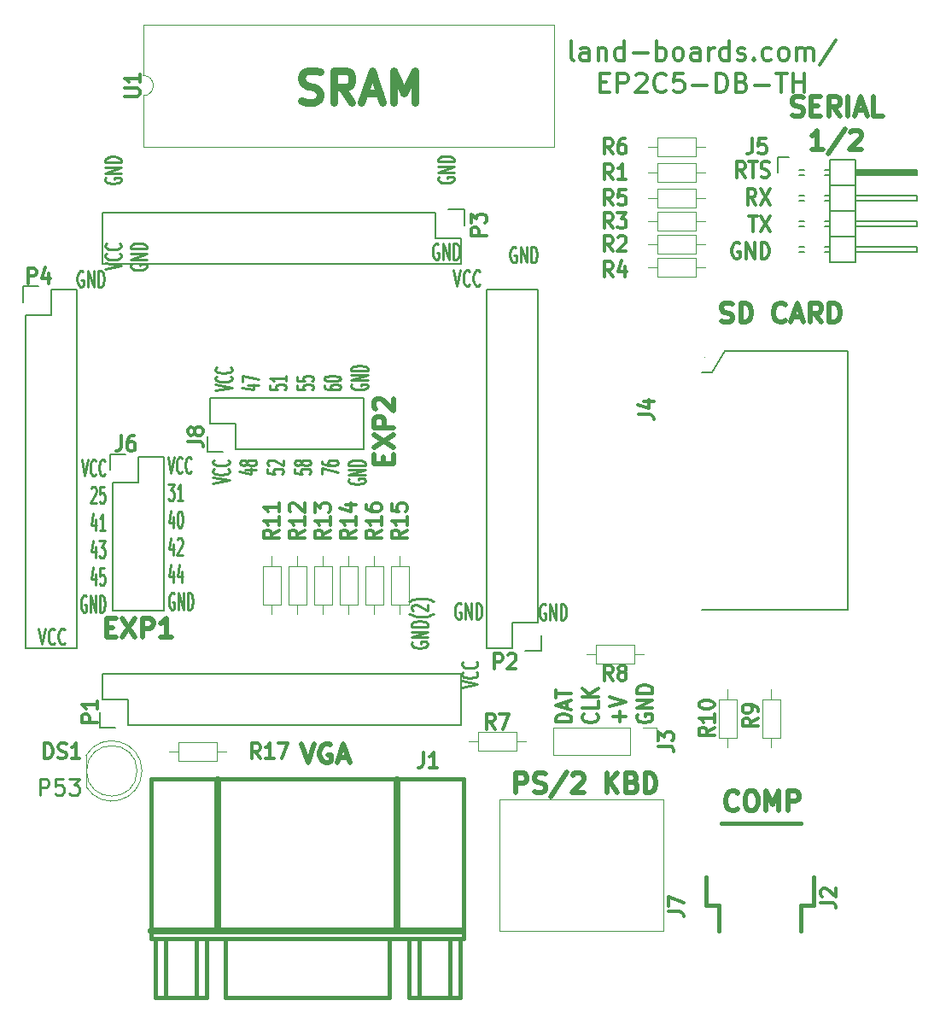
<source format=gbr>
G04 #@! TF.GenerationSoftware,KiCad,Pcbnew,(5.0.2)-1*
G04 #@! TF.CreationDate,2020-03-05T14:29:15-05:00*
G04 #@! TF.ProjectId,EP2C5-DB-TH,45503243-352d-4444-922d-54482e6b6963,X2*
G04 #@! TF.SameCoordinates,Original*
G04 #@! TF.FileFunction,Legend,Top*
G04 #@! TF.FilePolarity,Positive*
%FSLAX46Y46*%
G04 Gerber Fmt 4.6, Leading zero omitted, Abs format (unit mm)*
G04 Created by KiCad (PCBNEW (5.0.2)-1) date 3/5/2020 2:29:15 PM*
%MOMM*%
%LPD*%
G01*
G04 APERTURE LIST*
%ADD10C,0.222250*%
%ADD11C,0.250000*%
%ADD12C,0.476250*%
%ADD13C,0.300000*%
%ADD14C,0.793750*%
%ADD15C,0.317500*%
%ADD16C,0.120000*%
%ADD17C,0.381000*%
%ADD18C,0.150000*%
%ADD19C,0.650000*%
%ADD20C,0.010000*%
%ADD21C,0.349250*%
G04 APERTURE END LIST*
D10*
X30449005Y-51078870D02*
X32100005Y-50782537D01*
X30449005Y-50486204D01*
X31942767Y-49681870D02*
X32021386Y-49724204D01*
X32100005Y-49851204D01*
X32100005Y-49935870D01*
X32021386Y-50062870D01*
X31864148Y-50147537D01*
X31706910Y-50189870D01*
X31392434Y-50232204D01*
X31156577Y-50232204D01*
X30842101Y-50189870D01*
X30684863Y-50147537D01*
X30527625Y-50062870D01*
X30449005Y-49935870D01*
X30449005Y-49851204D01*
X30527625Y-49724204D01*
X30606244Y-49681870D01*
X31942767Y-48792870D02*
X32021386Y-48835204D01*
X32100005Y-48962204D01*
X32100005Y-49046870D01*
X32021386Y-49173870D01*
X31864148Y-49258537D01*
X31706910Y-49300870D01*
X31392434Y-49343204D01*
X31156577Y-49343204D01*
X30842101Y-49300870D01*
X30684863Y-49258537D01*
X30527625Y-49173870D01*
X30449005Y-49046870D01*
X30449005Y-48962204D01*
X30527625Y-48835204D01*
X30606244Y-48792870D01*
X33698089Y-50570870D02*
X34798755Y-50570870D01*
X33069136Y-50782537D02*
X34248422Y-50994204D01*
X34248422Y-50443870D01*
X33147755Y-50189870D02*
X33147755Y-49597204D01*
X34798755Y-49978204D01*
X35846505Y-50528537D02*
X35846505Y-50951870D01*
X36632696Y-50994204D01*
X36554077Y-50951870D01*
X36475458Y-50867204D01*
X36475458Y-50655537D01*
X36554077Y-50570870D01*
X36632696Y-50528537D01*
X36789934Y-50486204D01*
X37183029Y-50486204D01*
X37340267Y-50528537D01*
X37418886Y-50570870D01*
X37497505Y-50655537D01*
X37497505Y-50867204D01*
X37418886Y-50951870D01*
X37340267Y-50994204D01*
X37497505Y-49639537D02*
X37497505Y-50147537D01*
X37497505Y-49893537D02*
X35846505Y-49893537D01*
X36082363Y-49978204D01*
X36239601Y-50062870D01*
X36318220Y-50147537D01*
X38545255Y-50528537D02*
X38545255Y-50951870D01*
X39331446Y-50994204D01*
X39252827Y-50951870D01*
X39174208Y-50867204D01*
X39174208Y-50655537D01*
X39252827Y-50570870D01*
X39331446Y-50528537D01*
X39488684Y-50486204D01*
X39881779Y-50486204D01*
X40039017Y-50528537D01*
X40117636Y-50570870D01*
X40196255Y-50655537D01*
X40196255Y-50867204D01*
X40117636Y-50951870D01*
X40039017Y-50994204D01*
X38545255Y-49681870D02*
X38545255Y-50105204D01*
X39331446Y-50147537D01*
X39252827Y-50105204D01*
X39174208Y-50020537D01*
X39174208Y-49808870D01*
X39252827Y-49724204D01*
X39331446Y-49681870D01*
X39488684Y-49639537D01*
X39881779Y-49639537D01*
X40039017Y-49681870D01*
X40117636Y-49724204D01*
X40196255Y-49808870D01*
X40196255Y-50020537D01*
X40117636Y-50105204D01*
X40039017Y-50147537D01*
X41244005Y-50570870D02*
X41244005Y-50740204D01*
X41322625Y-50824870D01*
X41401244Y-50867204D01*
X41637101Y-50951870D01*
X41951577Y-50994204D01*
X42580529Y-50994204D01*
X42737767Y-50951870D01*
X42816386Y-50909537D01*
X42895005Y-50824870D01*
X42895005Y-50655537D01*
X42816386Y-50570870D01*
X42737767Y-50528537D01*
X42580529Y-50486204D01*
X42187434Y-50486204D01*
X42030196Y-50528537D01*
X41951577Y-50570870D01*
X41872958Y-50655537D01*
X41872958Y-50824870D01*
X41951577Y-50909537D01*
X42030196Y-50951870D01*
X42187434Y-50994204D01*
X41244005Y-49935870D02*
X41244005Y-49851204D01*
X41322625Y-49766537D01*
X41401244Y-49724204D01*
X41558482Y-49681870D01*
X41872958Y-49639537D01*
X42266053Y-49639537D01*
X42580529Y-49681870D01*
X42737767Y-49724204D01*
X42816386Y-49766537D01*
X42895005Y-49851204D01*
X42895005Y-49935870D01*
X42816386Y-50020537D01*
X42737767Y-50062870D01*
X42580529Y-50105204D01*
X42266053Y-50147537D01*
X41872958Y-50147537D01*
X41558482Y-50105204D01*
X41401244Y-50062870D01*
X41322625Y-50020537D01*
X41244005Y-49935870D01*
X44021375Y-50486204D02*
X43942755Y-50570870D01*
X43942755Y-50697870D01*
X44021375Y-50824870D01*
X44178613Y-50909537D01*
X44335851Y-50951870D01*
X44650327Y-50994204D01*
X44886184Y-50994204D01*
X45200660Y-50951870D01*
X45357898Y-50909537D01*
X45515136Y-50824870D01*
X45593755Y-50697870D01*
X45593755Y-50613204D01*
X45515136Y-50486204D01*
X45436517Y-50443870D01*
X44886184Y-50443870D01*
X44886184Y-50613204D01*
X45593755Y-50062870D02*
X43942755Y-50062870D01*
X45593755Y-49554870D01*
X43942755Y-49554870D01*
X45593755Y-49131537D02*
X43942755Y-49131537D01*
X43942755Y-48919870D01*
X44021375Y-48792870D01*
X44178613Y-48708204D01*
X44335851Y-48665870D01*
X44650327Y-48623537D01*
X44886184Y-48623537D01*
X45200660Y-48665870D01*
X45357898Y-48708204D01*
X45515136Y-48792870D01*
X45593755Y-48919870D01*
X45593755Y-49131537D01*
X30195005Y-60257795D02*
X31846005Y-59961462D01*
X30195005Y-59665129D01*
X31688767Y-58860795D02*
X31767386Y-58903129D01*
X31846005Y-59030129D01*
X31846005Y-59114795D01*
X31767386Y-59241795D01*
X31610148Y-59326462D01*
X31452910Y-59368795D01*
X31138434Y-59411129D01*
X30902577Y-59411129D01*
X30588101Y-59368795D01*
X30430863Y-59326462D01*
X30273625Y-59241795D01*
X30195005Y-59114795D01*
X30195005Y-59030129D01*
X30273625Y-58903129D01*
X30352244Y-58860795D01*
X31688767Y-57971795D02*
X31767386Y-58014129D01*
X31846005Y-58141129D01*
X31846005Y-58225795D01*
X31767386Y-58352795D01*
X31610148Y-58437462D01*
X31452910Y-58479795D01*
X31138434Y-58522129D01*
X30902577Y-58522129D01*
X30588101Y-58479795D01*
X30430863Y-58437462D01*
X30273625Y-58352795D01*
X30195005Y-58225795D01*
X30195005Y-58141129D01*
X30273625Y-58014129D01*
X30352244Y-57971795D01*
X33444089Y-58903129D02*
X34544755Y-58903129D01*
X32815136Y-59114795D02*
X33994422Y-59326462D01*
X33994422Y-58776129D01*
X33601327Y-58310462D02*
X33522708Y-58395129D01*
X33444089Y-58437462D01*
X33286851Y-58479795D01*
X33208232Y-58479795D01*
X33050994Y-58437462D01*
X32972375Y-58395129D01*
X32893755Y-58310462D01*
X32893755Y-58141129D01*
X32972375Y-58056462D01*
X33050994Y-58014129D01*
X33208232Y-57971795D01*
X33286851Y-57971795D01*
X33444089Y-58014129D01*
X33522708Y-58056462D01*
X33601327Y-58141129D01*
X33601327Y-58310462D01*
X33679946Y-58395129D01*
X33758565Y-58437462D01*
X33915803Y-58479795D01*
X34230279Y-58479795D01*
X34387517Y-58437462D01*
X34466136Y-58395129D01*
X34544755Y-58310462D01*
X34544755Y-58141129D01*
X34466136Y-58056462D01*
X34387517Y-58014129D01*
X34230279Y-57971795D01*
X33915803Y-57971795D01*
X33758565Y-58014129D01*
X33679946Y-58056462D01*
X33601327Y-58141129D01*
X35592505Y-58860795D02*
X35592505Y-59284129D01*
X36378696Y-59326462D01*
X36300077Y-59284129D01*
X36221458Y-59199462D01*
X36221458Y-58987795D01*
X36300077Y-58903129D01*
X36378696Y-58860795D01*
X36535934Y-58818462D01*
X36929029Y-58818462D01*
X37086267Y-58860795D01*
X37164886Y-58903129D01*
X37243505Y-58987795D01*
X37243505Y-59199462D01*
X37164886Y-59284129D01*
X37086267Y-59326462D01*
X35749744Y-58479795D02*
X35671125Y-58437462D01*
X35592505Y-58352795D01*
X35592505Y-58141129D01*
X35671125Y-58056462D01*
X35749744Y-58014129D01*
X35906982Y-57971795D01*
X36064220Y-57971795D01*
X36300077Y-58014129D01*
X37243505Y-58522129D01*
X37243505Y-57971795D01*
X38291255Y-58860795D02*
X38291255Y-59284129D01*
X39077446Y-59326462D01*
X38998827Y-59284129D01*
X38920208Y-59199462D01*
X38920208Y-58987795D01*
X38998827Y-58903129D01*
X39077446Y-58860795D01*
X39234684Y-58818462D01*
X39627779Y-58818462D01*
X39785017Y-58860795D01*
X39863636Y-58903129D01*
X39942255Y-58987795D01*
X39942255Y-59199462D01*
X39863636Y-59284129D01*
X39785017Y-59326462D01*
X38998827Y-58310462D02*
X38920208Y-58395129D01*
X38841589Y-58437462D01*
X38684351Y-58479795D01*
X38605732Y-58479795D01*
X38448494Y-58437462D01*
X38369875Y-58395129D01*
X38291255Y-58310462D01*
X38291255Y-58141129D01*
X38369875Y-58056462D01*
X38448494Y-58014129D01*
X38605732Y-57971795D01*
X38684351Y-57971795D01*
X38841589Y-58014129D01*
X38920208Y-58056462D01*
X38998827Y-58141129D01*
X38998827Y-58310462D01*
X39077446Y-58395129D01*
X39156065Y-58437462D01*
X39313303Y-58479795D01*
X39627779Y-58479795D01*
X39785017Y-58437462D01*
X39863636Y-58395129D01*
X39942255Y-58310462D01*
X39942255Y-58141129D01*
X39863636Y-58056462D01*
X39785017Y-58014129D01*
X39627779Y-57971795D01*
X39313303Y-57971795D01*
X39156065Y-58014129D01*
X39077446Y-58056462D01*
X38998827Y-58141129D01*
X40990005Y-59368795D02*
X40990005Y-58776129D01*
X42641005Y-59157129D01*
X40990005Y-58056462D02*
X40990005Y-58225795D01*
X41068625Y-58310462D01*
X41147244Y-58352795D01*
X41383101Y-58437462D01*
X41697577Y-58479795D01*
X42326529Y-58479795D01*
X42483767Y-58437462D01*
X42562386Y-58395129D01*
X42641005Y-58310462D01*
X42641005Y-58141129D01*
X42562386Y-58056462D01*
X42483767Y-58014129D01*
X42326529Y-57971795D01*
X41933434Y-57971795D01*
X41776196Y-58014129D01*
X41697577Y-58056462D01*
X41618958Y-58141129D01*
X41618958Y-58310462D01*
X41697577Y-58395129D01*
X41776196Y-58437462D01*
X41933434Y-58479795D01*
X43767375Y-59834462D02*
X43688755Y-59919129D01*
X43688755Y-60046129D01*
X43767375Y-60173129D01*
X43924613Y-60257795D01*
X44081851Y-60300129D01*
X44396327Y-60342462D01*
X44632184Y-60342462D01*
X44946660Y-60300129D01*
X45103898Y-60257795D01*
X45261136Y-60173129D01*
X45339755Y-60046129D01*
X45339755Y-59961462D01*
X45261136Y-59834462D01*
X45182517Y-59792129D01*
X44632184Y-59792129D01*
X44632184Y-59961462D01*
X45339755Y-59411129D02*
X43688755Y-59411129D01*
X45339755Y-58903129D01*
X43688755Y-58903129D01*
X45339755Y-58479795D02*
X43688755Y-58479795D01*
X43688755Y-58268129D01*
X43767375Y-58141129D01*
X43924613Y-58056462D01*
X44081851Y-58014129D01*
X44396327Y-57971795D01*
X44632184Y-57971795D01*
X44946660Y-58014129D01*
X45103898Y-58056462D01*
X45261136Y-58141129D01*
X45339755Y-58268129D01*
X45339755Y-58479795D01*
X17212204Y-57881005D02*
X17508537Y-59532005D01*
X17804870Y-57881005D01*
X18609204Y-59374767D02*
X18566870Y-59453386D01*
X18439870Y-59532005D01*
X18355204Y-59532005D01*
X18228204Y-59453386D01*
X18143537Y-59296148D01*
X18101204Y-59138910D01*
X18058870Y-58824434D01*
X18058870Y-58588577D01*
X18101204Y-58274101D01*
X18143537Y-58116863D01*
X18228204Y-57959625D01*
X18355204Y-57881005D01*
X18439870Y-57881005D01*
X18566870Y-57959625D01*
X18609204Y-58038244D01*
X19498204Y-59374767D02*
X19455870Y-59453386D01*
X19328870Y-59532005D01*
X19244204Y-59532005D01*
X19117204Y-59453386D01*
X19032537Y-59296148D01*
X18990204Y-59138910D01*
X18947870Y-58824434D01*
X18947870Y-58588577D01*
X18990204Y-58274101D01*
X19032537Y-58116863D01*
X19117204Y-57959625D01*
X19244204Y-57881005D01*
X19328870Y-57881005D01*
X19455870Y-57959625D01*
X19498204Y-58038244D01*
X18143537Y-60736994D02*
X18185870Y-60658375D01*
X18270537Y-60579755D01*
X18482204Y-60579755D01*
X18566870Y-60658375D01*
X18609204Y-60736994D01*
X18651537Y-60894232D01*
X18651537Y-61051470D01*
X18609204Y-61287327D01*
X18101204Y-62230755D01*
X18651537Y-62230755D01*
X19455870Y-60579755D02*
X19032537Y-60579755D01*
X18990204Y-61365946D01*
X19032537Y-61287327D01*
X19117204Y-61208708D01*
X19328870Y-61208708D01*
X19413537Y-61287327D01*
X19455870Y-61365946D01*
X19498204Y-61523184D01*
X19498204Y-61916279D01*
X19455870Y-62073517D01*
X19413537Y-62152136D01*
X19328870Y-62230755D01*
X19117204Y-62230755D01*
X19032537Y-62152136D01*
X18990204Y-62073517D01*
X18566870Y-63828839D02*
X18566870Y-64929505D01*
X18355204Y-63199886D02*
X18143537Y-64379172D01*
X18693870Y-64379172D01*
X19498204Y-64929505D02*
X18990204Y-64929505D01*
X19244204Y-64929505D02*
X19244204Y-63278505D01*
X19159537Y-63514363D01*
X19074870Y-63671601D01*
X18990204Y-63750220D01*
X18566870Y-66527589D02*
X18566870Y-67628255D01*
X18355204Y-65898636D02*
X18143537Y-67077922D01*
X18693870Y-67077922D01*
X18947870Y-65977255D02*
X19498204Y-65977255D01*
X19201870Y-66606208D01*
X19328870Y-66606208D01*
X19413537Y-66684827D01*
X19455870Y-66763446D01*
X19498204Y-66920684D01*
X19498204Y-67313779D01*
X19455870Y-67471017D01*
X19413537Y-67549636D01*
X19328870Y-67628255D01*
X19074870Y-67628255D01*
X18990204Y-67549636D01*
X18947870Y-67471017D01*
X18566870Y-69226339D02*
X18566870Y-70327005D01*
X18355204Y-68597386D02*
X18143537Y-69776672D01*
X18693870Y-69776672D01*
X19455870Y-68676005D02*
X19032537Y-68676005D01*
X18990204Y-69462196D01*
X19032537Y-69383577D01*
X19117204Y-69304958D01*
X19328870Y-69304958D01*
X19413537Y-69383577D01*
X19455870Y-69462196D01*
X19498204Y-69619434D01*
X19498204Y-70012529D01*
X19455870Y-70169767D01*
X19413537Y-70248386D01*
X19328870Y-70327005D01*
X19117204Y-70327005D01*
X19032537Y-70248386D01*
X18990204Y-70169767D01*
X17635537Y-71453375D02*
X17550870Y-71374755D01*
X17423870Y-71374755D01*
X17296870Y-71453375D01*
X17212204Y-71610613D01*
X17169870Y-71767851D01*
X17127537Y-72082327D01*
X17127537Y-72318184D01*
X17169870Y-72632660D01*
X17212204Y-72789898D01*
X17296870Y-72947136D01*
X17423870Y-73025755D01*
X17508537Y-73025755D01*
X17635537Y-72947136D01*
X17677870Y-72868517D01*
X17677870Y-72318184D01*
X17508537Y-72318184D01*
X18058870Y-73025755D02*
X18058870Y-71374755D01*
X18566870Y-73025755D01*
X18566870Y-71374755D01*
X18990204Y-73025755D02*
X18990204Y-71374755D01*
X19201870Y-71374755D01*
X19328870Y-71453375D01*
X19413537Y-71610613D01*
X19455870Y-71767851D01*
X19498204Y-72082327D01*
X19498204Y-72318184D01*
X19455870Y-72632660D01*
X19413537Y-72789898D01*
X19328870Y-72947136D01*
X19201870Y-73025755D01*
X18990204Y-73025755D01*
D11*
X12954166Y-74632154D02*
X13287500Y-76219654D01*
X13620833Y-74632154D01*
X14525595Y-76068464D02*
X14477976Y-76144059D01*
X14335119Y-76219654D01*
X14239880Y-76219654D01*
X14097023Y-76144059D01*
X14001785Y-75992869D01*
X13954166Y-75841678D01*
X13906547Y-75539297D01*
X13906547Y-75312511D01*
X13954166Y-75010130D01*
X14001785Y-74858940D01*
X14097023Y-74707750D01*
X14239880Y-74632154D01*
X14335119Y-74632154D01*
X14477976Y-74707750D01*
X14525595Y-74783345D01*
X15525595Y-76068464D02*
X15477976Y-76144059D01*
X15335119Y-76219654D01*
X15239880Y-76219654D01*
X15097023Y-76144059D01*
X15001785Y-75992869D01*
X14954166Y-75841678D01*
X14906547Y-75539297D01*
X14906547Y-75312511D01*
X14954166Y-75010130D01*
X15001785Y-74858940D01*
X15097023Y-74707750D01*
X15239880Y-74632154D01*
X15335119Y-74632154D01*
X15477976Y-74707750D01*
X15525595Y-74783345D01*
X17335595Y-39274750D02*
X17240357Y-39199154D01*
X17097500Y-39199154D01*
X16954642Y-39274750D01*
X16859404Y-39425940D01*
X16811785Y-39577130D01*
X16764166Y-39879511D01*
X16764166Y-40106297D01*
X16811785Y-40408678D01*
X16859404Y-40559869D01*
X16954642Y-40711059D01*
X17097500Y-40786654D01*
X17192738Y-40786654D01*
X17335595Y-40711059D01*
X17383214Y-40635464D01*
X17383214Y-40106297D01*
X17192738Y-40106297D01*
X17811785Y-40786654D02*
X17811785Y-39199154D01*
X18383214Y-40786654D01*
X18383214Y-39199154D01*
X18859404Y-40786654D02*
X18859404Y-39199154D01*
X19097500Y-39199154D01*
X19240357Y-39274750D01*
X19335595Y-39425940D01*
X19383214Y-39577130D01*
X19430833Y-39879511D01*
X19430833Y-40106297D01*
X19383214Y-40408678D01*
X19335595Y-40559869D01*
X19240357Y-40711059D01*
X19097500Y-40786654D01*
X18859404Y-40786654D01*
X19514154Y-39052333D02*
X21101654Y-38719000D01*
X19514154Y-38385666D01*
X20950464Y-37480904D02*
X21026059Y-37528523D01*
X21101654Y-37671380D01*
X21101654Y-37766619D01*
X21026059Y-37909476D01*
X20874869Y-38004714D01*
X20723678Y-38052333D01*
X20421297Y-38099952D01*
X20194511Y-38099952D01*
X19892130Y-38052333D01*
X19740940Y-38004714D01*
X19589750Y-37909476D01*
X19514154Y-37766619D01*
X19514154Y-37671380D01*
X19589750Y-37528523D01*
X19665345Y-37480904D01*
X20950464Y-36480904D02*
X21026059Y-36528523D01*
X21101654Y-36671380D01*
X21101654Y-36766619D01*
X21026059Y-36909476D01*
X20874869Y-37004714D01*
X20723678Y-37052333D01*
X20421297Y-37099952D01*
X20194511Y-37099952D01*
X19892130Y-37052333D01*
X19740940Y-37004714D01*
X19589750Y-36909476D01*
X19514154Y-36766619D01*
X19514154Y-36671380D01*
X19589750Y-36528523D01*
X19665345Y-36480904D01*
X19589750Y-29971904D02*
X19514154Y-30067142D01*
X19514154Y-30210000D01*
X19589750Y-30352857D01*
X19740940Y-30448095D01*
X19892130Y-30495714D01*
X20194511Y-30543333D01*
X20421297Y-30543333D01*
X20723678Y-30495714D01*
X20874869Y-30448095D01*
X21026059Y-30352857D01*
X21101654Y-30210000D01*
X21101654Y-30114761D01*
X21026059Y-29971904D01*
X20950464Y-29924285D01*
X20421297Y-29924285D01*
X20421297Y-30114761D01*
X21101654Y-29495714D02*
X19514154Y-29495714D01*
X21101654Y-28924285D01*
X19514154Y-28924285D01*
X21101654Y-28448095D02*
X19514154Y-28448095D01*
X19514154Y-28210000D01*
X19589750Y-28067142D01*
X19740940Y-27971904D01*
X19892130Y-27924285D01*
X20194511Y-27876666D01*
X20421297Y-27876666D01*
X20723678Y-27924285D01*
X20874869Y-27971904D01*
X21026059Y-28067142D01*
X21101654Y-28210000D01*
X21101654Y-28448095D01*
X22129750Y-38544404D02*
X22054154Y-38639642D01*
X22054154Y-38782500D01*
X22129750Y-38925357D01*
X22280940Y-39020595D01*
X22432130Y-39068214D01*
X22734511Y-39115833D01*
X22961297Y-39115833D01*
X23263678Y-39068214D01*
X23414869Y-39020595D01*
X23566059Y-38925357D01*
X23641654Y-38782500D01*
X23641654Y-38687261D01*
X23566059Y-38544404D01*
X23490464Y-38496785D01*
X22961297Y-38496785D01*
X22961297Y-38687261D01*
X23641654Y-38068214D02*
X22054154Y-38068214D01*
X23641654Y-37496785D01*
X22054154Y-37496785D01*
X23641654Y-37020595D02*
X22054154Y-37020595D01*
X22054154Y-36782500D01*
X22129750Y-36639642D01*
X22280940Y-36544404D01*
X22432130Y-36496785D01*
X22734511Y-36449166D01*
X22961297Y-36449166D01*
X23263678Y-36496785D01*
X23414869Y-36544404D01*
X23566059Y-36639642D01*
X23641654Y-36782500D01*
X23641654Y-37020595D01*
X52578095Y-36544250D02*
X52482857Y-36468654D01*
X52340000Y-36468654D01*
X52197142Y-36544250D01*
X52101904Y-36695440D01*
X52054285Y-36846630D01*
X52006666Y-37149011D01*
X52006666Y-37375797D01*
X52054285Y-37678178D01*
X52101904Y-37829369D01*
X52197142Y-37980559D01*
X52340000Y-38056154D01*
X52435238Y-38056154D01*
X52578095Y-37980559D01*
X52625714Y-37904964D01*
X52625714Y-37375797D01*
X52435238Y-37375797D01*
X53054285Y-38056154D02*
X53054285Y-36468654D01*
X53625714Y-38056154D01*
X53625714Y-36468654D01*
X54101904Y-38056154D02*
X54101904Y-36468654D01*
X54340000Y-36468654D01*
X54482857Y-36544250D01*
X54578095Y-36695440D01*
X54625714Y-36846630D01*
X54673333Y-37149011D01*
X54673333Y-37375797D01*
X54625714Y-37678178D01*
X54578095Y-37829369D01*
X54482857Y-37980559D01*
X54340000Y-38056154D01*
X54101904Y-38056154D01*
X52609750Y-29908404D02*
X52534154Y-30003642D01*
X52534154Y-30146500D01*
X52609750Y-30289357D01*
X52760940Y-30384595D01*
X52912130Y-30432214D01*
X53214511Y-30479833D01*
X53441297Y-30479833D01*
X53743678Y-30432214D01*
X53894869Y-30384595D01*
X54046059Y-30289357D01*
X54121654Y-30146500D01*
X54121654Y-30051261D01*
X54046059Y-29908404D01*
X53970464Y-29860785D01*
X53441297Y-29860785D01*
X53441297Y-30051261D01*
X54121654Y-29432214D02*
X52534154Y-29432214D01*
X54121654Y-28860785D01*
X52534154Y-28860785D01*
X54121654Y-28384595D02*
X52534154Y-28384595D01*
X52534154Y-28146500D01*
X52609750Y-28003642D01*
X52760940Y-27908404D01*
X52912130Y-27860785D01*
X53214511Y-27813166D01*
X53441297Y-27813166D01*
X53743678Y-27860785D01*
X53894869Y-27908404D01*
X54046059Y-28003642D01*
X54121654Y-28146500D01*
X54121654Y-28384595D01*
X60261595Y-36861750D02*
X60166357Y-36786154D01*
X60023500Y-36786154D01*
X59880642Y-36861750D01*
X59785404Y-37012940D01*
X59737785Y-37164130D01*
X59690166Y-37466511D01*
X59690166Y-37693297D01*
X59737785Y-37995678D01*
X59785404Y-38146869D01*
X59880642Y-38298059D01*
X60023500Y-38373654D01*
X60118738Y-38373654D01*
X60261595Y-38298059D01*
X60309214Y-38222464D01*
X60309214Y-37693297D01*
X60118738Y-37693297D01*
X60737785Y-38373654D02*
X60737785Y-36786154D01*
X61309214Y-38373654D01*
X61309214Y-36786154D01*
X61785404Y-38373654D02*
X61785404Y-36786154D01*
X62023500Y-36786154D01*
X62166357Y-36861750D01*
X62261595Y-37012940D01*
X62309214Y-37164130D01*
X62356833Y-37466511D01*
X62356833Y-37693297D01*
X62309214Y-37995678D01*
X62261595Y-38146869D01*
X62166357Y-38298059D01*
X62023500Y-38373654D01*
X61785404Y-38373654D01*
X54102166Y-39135654D02*
X54435500Y-40723154D01*
X54768833Y-39135654D01*
X55673595Y-40571964D02*
X55625976Y-40647559D01*
X55483119Y-40723154D01*
X55387880Y-40723154D01*
X55245023Y-40647559D01*
X55149785Y-40496369D01*
X55102166Y-40345178D01*
X55054547Y-40042797D01*
X55054547Y-39816011D01*
X55102166Y-39513630D01*
X55149785Y-39362440D01*
X55245023Y-39211250D01*
X55387880Y-39135654D01*
X55483119Y-39135654D01*
X55625976Y-39211250D01*
X55673595Y-39286845D01*
X56673595Y-40571964D02*
X56625976Y-40647559D01*
X56483119Y-40723154D01*
X56387880Y-40723154D01*
X56245023Y-40647559D01*
X56149785Y-40496369D01*
X56102166Y-40345178D01*
X56054547Y-40042797D01*
X56054547Y-39816011D01*
X56102166Y-39513630D01*
X56149785Y-39362440D01*
X56245023Y-39211250D01*
X56387880Y-39135654D01*
X56483119Y-39135654D01*
X56625976Y-39211250D01*
X56673595Y-39286845D01*
X63182595Y-72294750D02*
X63087357Y-72219154D01*
X62944500Y-72219154D01*
X62801642Y-72294750D01*
X62706404Y-72445940D01*
X62658785Y-72597130D01*
X62611166Y-72899511D01*
X62611166Y-73126297D01*
X62658785Y-73428678D01*
X62706404Y-73579869D01*
X62801642Y-73731059D01*
X62944500Y-73806654D01*
X63039738Y-73806654D01*
X63182595Y-73731059D01*
X63230214Y-73655464D01*
X63230214Y-73126297D01*
X63039738Y-73126297D01*
X63658785Y-73806654D02*
X63658785Y-72219154D01*
X64230214Y-73806654D01*
X64230214Y-72219154D01*
X64706404Y-73806654D02*
X64706404Y-72219154D01*
X64944500Y-72219154D01*
X65087357Y-72294750D01*
X65182595Y-72445940D01*
X65230214Y-72597130D01*
X65277833Y-72899511D01*
X65277833Y-73126297D01*
X65230214Y-73428678D01*
X65182595Y-73579869D01*
X65087357Y-73731059D01*
X64944500Y-73806654D01*
X64706404Y-73806654D01*
X54800595Y-72231250D02*
X54705357Y-72155654D01*
X54562500Y-72155654D01*
X54419642Y-72231250D01*
X54324404Y-72382440D01*
X54276785Y-72533630D01*
X54229166Y-72836011D01*
X54229166Y-73062797D01*
X54276785Y-73365178D01*
X54324404Y-73516369D01*
X54419642Y-73667559D01*
X54562500Y-73743154D01*
X54657738Y-73743154D01*
X54800595Y-73667559D01*
X54848214Y-73591964D01*
X54848214Y-73062797D01*
X54657738Y-73062797D01*
X55276785Y-73743154D02*
X55276785Y-72155654D01*
X55848214Y-73743154D01*
X55848214Y-72155654D01*
X56324404Y-73743154D02*
X56324404Y-72155654D01*
X56562500Y-72155654D01*
X56705357Y-72231250D01*
X56800595Y-72382440D01*
X56848214Y-72533630D01*
X56895833Y-72836011D01*
X56895833Y-73062797D01*
X56848214Y-73365178D01*
X56800595Y-73516369D01*
X56705357Y-73667559D01*
X56562500Y-73743154D01*
X56324404Y-73743154D01*
X54883654Y-80517833D02*
X56471154Y-80184500D01*
X54883654Y-79851166D01*
X56319964Y-78946404D02*
X56395559Y-78994023D01*
X56471154Y-79136880D01*
X56471154Y-79232119D01*
X56395559Y-79374976D01*
X56244369Y-79470214D01*
X56093178Y-79517833D01*
X55790797Y-79565452D01*
X55564011Y-79565452D01*
X55261630Y-79517833D01*
X55110440Y-79470214D01*
X54959250Y-79374976D01*
X54883654Y-79232119D01*
X54883654Y-79136880D01*
X54959250Y-78994023D01*
X55034845Y-78946404D01*
X56319964Y-77946404D02*
X56395559Y-77994023D01*
X56471154Y-78136880D01*
X56471154Y-78232119D01*
X56395559Y-78374976D01*
X56244369Y-78470214D01*
X56093178Y-78517833D01*
X55790797Y-78565452D01*
X55564011Y-78565452D01*
X55261630Y-78517833D01*
X55110440Y-78470214D01*
X54959250Y-78374976D01*
X54883654Y-78232119D01*
X54883654Y-78136880D01*
X54959250Y-77994023D01*
X55034845Y-77946404D01*
X50006250Y-76009261D02*
X49930654Y-76104500D01*
X49930654Y-76247357D01*
X50006250Y-76390214D01*
X50157440Y-76485452D01*
X50308630Y-76533071D01*
X50611011Y-76580690D01*
X50837797Y-76580690D01*
X51140178Y-76533071D01*
X51291369Y-76485452D01*
X51442559Y-76390214D01*
X51518154Y-76247357D01*
X51518154Y-76152119D01*
X51442559Y-76009261D01*
X51366964Y-75961642D01*
X50837797Y-75961642D01*
X50837797Y-76152119D01*
X51518154Y-75533071D02*
X49930654Y-75533071D01*
X51518154Y-74961642D01*
X49930654Y-74961642D01*
X51518154Y-74485452D02*
X49930654Y-74485452D01*
X49930654Y-74247357D01*
X50006250Y-74104500D01*
X50157440Y-74009261D01*
X50308630Y-73961642D01*
X50611011Y-73914023D01*
X50837797Y-73914023D01*
X51140178Y-73961642D01*
X51291369Y-74009261D01*
X51442559Y-74104500D01*
X51518154Y-74247357D01*
X51518154Y-74485452D01*
X52122916Y-73199738D02*
X52047321Y-73247357D01*
X51820535Y-73342595D01*
X51669345Y-73390214D01*
X51442559Y-73437833D01*
X51064583Y-73485452D01*
X50762202Y-73485452D01*
X50384226Y-73437833D01*
X50157440Y-73390214D01*
X50006250Y-73342595D01*
X49779464Y-73247357D01*
X49703869Y-73199738D01*
X50081845Y-72866404D02*
X50006250Y-72818785D01*
X49930654Y-72723547D01*
X49930654Y-72485452D01*
X50006250Y-72390214D01*
X50081845Y-72342595D01*
X50233035Y-72294976D01*
X50384226Y-72294976D01*
X50611011Y-72342595D01*
X51518154Y-72914023D01*
X51518154Y-72294976D01*
X52122916Y-71961642D02*
X52047321Y-71914023D01*
X51820535Y-71818785D01*
X51669345Y-71771166D01*
X51442559Y-71723547D01*
X51064583Y-71675928D01*
X50762202Y-71675928D01*
X50384226Y-71723547D01*
X50157440Y-71771166D01*
X50006250Y-71818785D01*
X49779464Y-71914023D01*
X49703869Y-71961642D01*
X13058321Y-91142154D02*
X13058321Y-89554654D01*
X13663083Y-89554654D01*
X13814273Y-89630250D01*
X13889869Y-89705845D01*
X13965464Y-89857035D01*
X13965464Y-90083821D01*
X13889869Y-90235011D01*
X13814273Y-90310607D01*
X13663083Y-90386202D01*
X13058321Y-90386202D01*
X15401773Y-89554654D02*
X14645821Y-89554654D01*
X14570226Y-90310607D01*
X14645821Y-90235011D01*
X14797011Y-90159416D01*
X15174988Y-90159416D01*
X15326178Y-90235011D01*
X15401773Y-90310607D01*
X15477369Y-90461797D01*
X15477369Y-90839773D01*
X15401773Y-90990964D01*
X15326178Y-91066559D01*
X15174988Y-91142154D01*
X14797011Y-91142154D01*
X14645821Y-91066559D01*
X14570226Y-90990964D01*
X16006535Y-89554654D02*
X16989273Y-89554654D01*
X16460107Y-90159416D01*
X16686892Y-90159416D01*
X16838083Y-90235011D01*
X16913678Y-90310607D01*
X16989273Y-90461797D01*
X16989273Y-90839773D01*
X16913678Y-90990964D01*
X16838083Y-91066559D01*
X16686892Y-91142154D01*
X16233321Y-91142154D01*
X16082130Y-91066559D01*
X16006535Y-90990964D01*
D12*
X19685000Y-74539928D02*
X20320000Y-74539928D01*
X20592142Y-75537785D02*
X19685000Y-75537785D01*
X19685000Y-73632785D01*
X20592142Y-73632785D01*
X21227142Y-73632785D02*
X22497142Y-75537785D01*
X22497142Y-73632785D02*
X21227142Y-75537785D01*
X23222857Y-75537785D02*
X23222857Y-73632785D01*
X23948571Y-73632785D01*
X24130000Y-73723500D01*
X24220714Y-73814214D01*
X24311428Y-73995642D01*
X24311428Y-74267785D01*
X24220714Y-74449214D01*
X24130000Y-74539928D01*
X23948571Y-74630642D01*
X23222857Y-74630642D01*
X26125714Y-75537785D02*
X25037142Y-75537785D01*
X25581428Y-75537785D02*
X25581428Y-73632785D01*
X25400000Y-73904928D01*
X25218571Y-74086357D01*
X25037142Y-74177071D01*
D10*
X25756129Y-57627005D02*
X26052462Y-59278005D01*
X26348795Y-57627005D01*
X27153129Y-59120767D02*
X27110795Y-59199386D01*
X26983795Y-59278005D01*
X26899129Y-59278005D01*
X26772129Y-59199386D01*
X26687462Y-59042148D01*
X26645129Y-58884910D01*
X26602795Y-58570434D01*
X26602795Y-58334577D01*
X26645129Y-58020101D01*
X26687462Y-57862863D01*
X26772129Y-57705625D01*
X26899129Y-57627005D01*
X26983795Y-57627005D01*
X27110795Y-57705625D01*
X27153129Y-57784244D01*
X28042129Y-59120767D02*
X27999795Y-59199386D01*
X27872795Y-59278005D01*
X27788129Y-59278005D01*
X27661129Y-59199386D01*
X27576462Y-59042148D01*
X27534129Y-58884910D01*
X27491795Y-58570434D01*
X27491795Y-58334577D01*
X27534129Y-58020101D01*
X27576462Y-57862863D01*
X27661129Y-57705625D01*
X27788129Y-57627005D01*
X27872795Y-57627005D01*
X27999795Y-57705625D01*
X28042129Y-57784244D01*
X25798462Y-60325755D02*
X26348795Y-60325755D01*
X26052462Y-60954708D01*
X26179462Y-60954708D01*
X26264129Y-61033327D01*
X26306462Y-61111946D01*
X26348795Y-61269184D01*
X26348795Y-61662279D01*
X26306462Y-61819517D01*
X26264129Y-61898136D01*
X26179462Y-61976755D01*
X25925462Y-61976755D01*
X25840795Y-61898136D01*
X25798462Y-61819517D01*
X27195462Y-61976755D02*
X26687462Y-61976755D01*
X26941462Y-61976755D02*
X26941462Y-60325755D01*
X26856795Y-60561613D01*
X26772129Y-60718851D01*
X26687462Y-60797470D01*
X26264129Y-63574839D02*
X26264129Y-64675505D01*
X26052462Y-62945886D02*
X25840795Y-64125172D01*
X26391129Y-64125172D01*
X26899129Y-63024505D02*
X26983795Y-63024505D01*
X27068462Y-63103125D01*
X27110795Y-63181744D01*
X27153129Y-63338982D01*
X27195462Y-63653458D01*
X27195462Y-64046553D01*
X27153129Y-64361029D01*
X27110795Y-64518267D01*
X27068462Y-64596886D01*
X26983795Y-64675505D01*
X26899129Y-64675505D01*
X26814462Y-64596886D01*
X26772129Y-64518267D01*
X26729795Y-64361029D01*
X26687462Y-64046553D01*
X26687462Y-63653458D01*
X26729795Y-63338982D01*
X26772129Y-63181744D01*
X26814462Y-63103125D01*
X26899129Y-63024505D01*
X26264129Y-66273589D02*
X26264129Y-67374255D01*
X26052462Y-65644636D02*
X25840795Y-66823922D01*
X26391129Y-66823922D01*
X26687462Y-65880494D02*
X26729795Y-65801875D01*
X26814462Y-65723255D01*
X27026129Y-65723255D01*
X27110795Y-65801875D01*
X27153129Y-65880494D01*
X27195462Y-66037732D01*
X27195462Y-66194970D01*
X27153129Y-66430827D01*
X26645129Y-67374255D01*
X27195462Y-67374255D01*
X26264129Y-68972339D02*
X26264129Y-70073005D01*
X26052462Y-68343386D02*
X25840795Y-69522672D01*
X26391129Y-69522672D01*
X27110795Y-68972339D02*
X27110795Y-70073005D01*
X26899129Y-68343386D02*
X26687462Y-69522672D01*
X27237795Y-69522672D01*
X26348795Y-71199375D02*
X26264129Y-71120755D01*
X26137129Y-71120755D01*
X26010129Y-71199375D01*
X25925462Y-71356613D01*
X25883129Y-71513851D01*
X25840795Y-71828327D01*
X25840795Y-72064184D01*
X25883129Y-72378660D01*
X25925462Y-72535898D01*
X26010129Y-72693136D01*
X26137129Y-72771755D01*
X26221795Y-72771755D01*
X26348795Y-72693136D01*
X26391129Y-72614517D01*
X26391129Y-72064184D01*
X26221795Y-72064184D01*
X26772129Y-72771755D02*
X26772129Y-71120755D01*
X27280129Y-72771755D01*
X27280129Y-71120755D01*
X27703462Y-72771755D02*
X27703462Y-71120755D01*
X27915129Y-71120755D01*
X28042129Y-71199375D01*
X28126795Y-71356613D01*
X28169129Y-71513851D01*
X28211462Y-71828327D01*
X28211462Y-72064184D01*
X28169129Y-72378660D01*
X28126795Y-72535898D01*
X28042129Y-72693136D01*
X27915129Y-72771755D01*
X27703462Y-72771755D01*
D12*
X80654071Y-44205071D02*
X80926214Y-44295785D01*
X81379785Y-44295785D01*
X81561214Y-44205071D01*
X81651928Y-44114357D01*
X81742642Y-43932928D01*
X81742642Y-43751500D01*
X81651928Y-43570071D01*
X81561214Y-43479357D01*
X81379785Y-43388642D01*
X81016928Y-43297928D01*
X80835500Y-43207214D01*
X80744785Y-43116500D01*
X80654071Y-42935071D01*
X80654071Y-42753642D01*
X80744785Y-42572214D01*
X80835500Y-42481500D01*
X81016928Y-42390785D01*
X81470500Y-42390785D01*
X81742642Y-42481500D01*
X82559071Y-44295785D02*
X82559071Y-42390785D01*
X83012642Y-42390785D01*
X83284785Y-42481500D01*
X83466214Y-42662928D01*
X83556928Y-42844357D01*
X83647642Y-43207214D01*
X83647642Y-43479357D01*
X83556928Y-43842214D01*
X83466214Y-44023642D01*
X83284785Y-44205071D01*
X83012642Y-44295785D01*
X82559071Y-44295785D01*
X87004071Y-44114357D02*
X86913357Y-44205071D01*
X86641214Y-44295785D01*
X86459785Y-44295785D01*
X86187642Y-44205071D01*
X86006214Y-44023642D01*
X85915500Y-43842214D01*
X85824785Y-43479357D01*
X85824785Y-43207214D01*
X85915500Y-42844357D01*
X86006214Y-42662928D01*
X86187642Y-42481500D01*
X86459785Y-42390785D01*
X86641214Y-42390785D01*
X86913357Y-42481500D01*
X87004071Y-42572214D01*
X87729785Y-43751500D02*
X88636928Y-43751500D01*
X87548357Y-44295785D02*
X88183357Y-42390785D01*
X88818357Y-44295785D01*
X90541928Y-44295785D02*
X89906928Y-43388642D01*
X89453357Y-44295785D02*
X89453357Y-42390785D01*
X90179071Y-42390785D01*
X90360500Y-42481500D01*
X90451214Y-42572214D01*
X90541928Y-42753642D01*
X90541928Y-43025785D01*
X90451214Y-43207214D01*
X90360500Y-43297928D01*
X90179071Y-43388642D01*
X89453357Y-43388642D01*
X91358357Y-44295785D02*
X91358357Y-42390785D01*
X91811928Y-42390785D01*
X92084071Y-42481500D01*
X92265500Y-42662928D01*
X92356214Y-42844357D01*
X92446928Y-43207214D01*
X92446928Y-43479357D01*
X92356214Y-43842214D01*
X92265500Y-44023642D01*
X92084071Y-44205071D01*
X91811928Y-44295785D01*
X91358357Y-44295785D01*
D13*
X82996047Y-29970279D02*
X82530380Y-29214327D01*
X82197761Y-29970279D02*
X82197761Y-28382779D01*
X82729952Y-28382779D01*
X82863000Y-28458375D01*
X82929523Y-28533970D01*
X82996047Y-28685160D01*
X82996047Y-28911946D01*
X82929523Y-29063136D01*
X82863000Y-29138732D01*
X82729952Y-29214327D01*
X82197761Y-29214327D01*
X83395190Y-28382779D02*
X84193476Y-28382779D01*
X83794333Y-29970279D02*
X83794333Y-28382779D01*
X84592619Y-29894684D02*
X84792190Y-29970279D01*
X85124809Y-29970279D01*
X85257857Y-29894684D01*
X85324380Y-29819089D01*
X85390904Y-29667898D01*
X85390904Y-29516708D01*
X85324380Y-29365517D01*
X85257857Y-29289922D01*
X85124809Y-29214327D01*
X84858714Y-29138732D01*
X84725666Y-29063136D01*
X84659142Y-28987541D01*
X84592619Y-28836351D01*
X84592619Y-28685160D01*
X84659142Y-28533970D01*
X84725666Y-28458375D01*
X84858714Y-28382779D01*
X85191333Y-28382779D01*
X85390904Y-28458375D01*
X84060428Y-32651529D02*
X83594761Y-31895577D01*
X83262142Y-32651529D02*
X83262142Y-31064029D01*
X83794333Y-31064029D01*
X83927380Y-31139625D01*
X83993904Y-31215220D01*
X84060428Y-31366410D01*
X84060428Y-31593196D01*
X83993904Y-31744386D01*
X83927380Y-31819982D01*
X83794333Y-31895577D01*
X83262142Y-31895577D01*
X84526095Y-31064029D02*
X85457428Y-32651529D01*
X85457428Y-31064029D02*
X84526095Y-32651529D01*
X83395190Y-33745279D02*
X84193476Y-33745279D01*
X83794333Y-35332779D02*
X83794333Y-33745279D01*
X84526095Y-33745279D02*
X85457428Y-35332779D01*
X85457428Y-33745279D02*
X84526095Y-35332779D01*
X82463857Y-36502125D02*
X82330809Y-36426529D01*
X82131238Y-36426529D01*
X81931666Y-36502125D01*
X81798619Y-36653315D01*
X81732095Y-36804505D01*
X81665571Y-37106886D01*
X81665571Y-37333672D01*
X81732095Y-37636053D01*
X81798619Y-37787244D01*
X81931666Y-37938434D01*
X82131238Y-38014029D01*
X82264285Y-38014029D01*
X82463857Y-37938434D01*
X82530380Y-37862839D01*
X82530380Y-37333672D01*
X82264285Y-37333672D01*
X83129095Y-38014029D02*
X83129095Y-36426529D01*
X83927380Y-38014029D01*
X83927380Y-36426529D01*
X84592619Y-38014029D02*
X84592619Y-36426529D01*
X84925238Y-36426529D01*
X85124809Y-36502125D01*
X85257857Y-36653315D01*
X85324380Y-36804505D01*
X85390904Y-37106886D01*
X85390904Y-37333672D01*
X85324380Y-37636053D01*
X85257857Y-37787244D01*
X85124809Y-37938434D01*
X84925238Y-38014029D01*
X84592619Y-38014029D01*
D12*
X47107928Y-58293000D02*
X47107928Y-57658000D01*
X48105785Y-57385857D02*
X48105785Y-58293000D01*
X46200785Y-58293000D01*
X46200785Y-57385857D01*
X46200785Y-56750857D02*
X48105785Y-55480857D01*
X46200785Y-55480857D02*
X48105785Y-56750857D01*
X48105785Y-54755142D02*
X46200785Y-54755142D01*
X46200785Y-54029428D01*
X46291500Y-53848000D01*
X46382214Y-53757285D01*
X46563642Y-53666571D01*
X46835785Y-53666571D01*
X47017214Y-53757285D01*
X47107928Y-53848000D01*
X47198642Y-54029428D01*
X47198642Y-54755142D01*
X46382214Y-52940857D02*
X46291500Y-52850142D01*
X46200785Y-52668714D01*
X46200785Y-52215142D01*
X46291500Y-52033714D01*
X46382214Y-51943000D01*
X46563642Y-51852285D01*
X46745071Y-51852285D01*
X47017214Y-51943000D01*
X48105785Y-53031571D01*
X48105785Y-51852285D01*
D13*
X65784279Y-83927380D02*
X64196779Y-83927380D01*
X64196779Y-83594761D01*
X64272375Y-83395190D01*
X64423565Y-83262142D01*
X64574755Y-83195619D01*
X64877136Y-83129095D01*
X65103922Y-83129095D01*
X65406303Y-83195619D01*
X65557494Y-83262142D01*
X65708684Y-83395190D01*
X65784279Y-83594761D01*
X65784279Y-83927380D01*
X65330708Y-82596904D02*
X65330708Y-81931666D01*
X65784279Y-82729952D02*
X64196779Y-82264285D01*
X65784279Y-81798619D01*
X64196779Y-81532523D02*
X64196779Y-80734238D01*
X65784279Y-81133380D02*
X64196779Y-81133380D01*
X68314339Y-83129095D02*
X68389934Y-83195619D01*
X68465529Y-83395190D01*
X68465529Y-83528238D01*
X68389934Y-83727809D01*
X68238744Y-83860857D01*
X68087553Y-83927380D01*
X67785172Y-83993904D01*
X67558386Y-83993904D01*
X67256005Y-83927380D01*
X67104815Y-83860857D01*
X66953625Y-83727809D01*
X66878029Y-83528238D01*
X66878029Y-83395190D01*
X66953625Y-83195619D01*
X67029220Y-83129095D01*
X68465529Y-81865142D02*
X68465529Y-82530380D01*
X66878029Y-82530380D01*
X68465529Y-81399476D02*
X66878029Y-81399476D01*
X68465529Y-80601190D02*
X67558386Y-81199904D01*
X66878029Y-80601190D02*
X67785172Y-81399476D01*
X70542017Y-83927380D02*
X70542017Y-82863000D01*
X71146779Y-83395190D02*
X69937255Y-83395190D01*
X69559279Y-82397333D02*
X71146779Y-81931666D01*
X69559279Y-81466000D01*
X72316125Y-83195619D02*
X72240529Y-83328666D01*
X72240529Y-83528238D01*
X72316125Y-83727809D01*
X72467315Y-83860857D01*
X72618505Y-83927380D01*
X72920886Y-83993904D01*
X73147672Y-83993904D01*
X73450053Y-83927380D01*
X73601244Y-83860857D01*
X73752434Y-83727809D01*
X73828029Y-83528238D01*
X73828029Y-83395190D01*
X73752434Y-83195619D01*
X73676839Y-83129095D01*
X73147672Y-83129095D01*
X73147672Y-83395190D01*
X73828029Y-82530380D02*
X72240529Y-82530380D01*
X73828029Y-81732095D01*
X72240529Y-81732095D01*
X73828029Y-81066857D02*
X72240529Y-81066857D01*
X72240529Y-80734238D01*
X72316125Y-80534666D01*
X72467315Y-80401619D01*
X72618505Y-80335095D01*
X72920886Y-80268571D01*
X73147672Y-80268571D01*
X73450053Y-80335095D01*
X73601244Y-80401619D01*
X73752434Y-80534666D01*
X73828029Y-80734238D01*
X73828029Y-81066857D01*
D12*
X82259714Y-92501357D02*
X82169000Y-92592071D01*
X81896857Y-92682785D01*
X81715428Y-92682785D01*
X81443285Y-92592071D01*
X81261857Y-92410642D01*
X81171142Y-92229214D01*
X81080428Y-91866357D01*
X81080428Y-91594214D01*
X81171142Y-91231357D01*
X81261857Y-91049928D01*
X81443285Y-90868500D01*
X81715428Y-90777785D01*
X81896857Y-90777785D01*
X82169000Y-90868500D01*
X82259714Y-90959214D01*
X83439000Y-90777785D02*
X83801857Y-90777785D01*
X83983285Y-90868500D01*
X84164714Y-91049928D01*
X84255428Y-91412785D01*
X84255428Y-92047785D01*
X84164714Y-92410642D01*
X83983285Y-92592071D01*
X83801857Y-92682785D01*
X83439000Y-92682785D01*
X83257571Y-92592071D01*
X83076142Y-92410642D01*
X82985428Y-92047785D01*
X82985428Y-91412785D01*
X83076142Y-91049928D01*
X83257571Y-90868500D01*
X83439000Y-90777785D01*
X85071857Y-92682785D02*
X85071857Y-90777785D01*
X85706857Y-92138500D01*
X86341857Y-90777785D01*
X86341857Y-92682785D01*
X87249000Y-92682785D02*
X87249000Y-90777785D01*
X87974714Y-90777785D01*
X88156142Y-90868500D01*
X88246857Y-90959214D01*
X88337571Y-91140642D01*
X88337571Y-91412785D01*
X88246857Y-91594214D01*
X88156142Y-91684928D01*
X87974714Y-91775642D01*
X87249000Y-91775642D01*
D14*
X39034357Y-22367119D02*
X39487928Y-22518309D01*
X40243880Y-22518309D01*
X40546261Y-22367119D01*
X40697452Y-22215928D01*
X40848642Y-21913547D01*
X40848642Y-21611166D01*
X40697452Y-21308785D01*
X40546261Y-21157595D01*
X40243880Y-21006404D01*
X39639119Y-20855214D01*
X39336738Y-20704023D01*
X39185547Y-20552833D01*
X39034357Y-20250452D01*
X39034357Y-19948071D01*
X39185547Y-19645690D01*
X39336738Y-19494500D01*
X39639119Y-19343309D01*
X40395071Y-19343309D01*
X40848642Y-19494500D01*
X44023642Y-22518309D02*
X42965309Y-21006404D01*
X42209357Y-22518309D02*
X42209357Y-19343309D01*
X43418880Y-19343309D01*
X43721261Y-19494500D01*
X43872452Y-19645690D01*
X44023642Y-19948071D01*
X44023642Y-20401642D01*
X43872452Y-20704023D01*
X43721261Y-20855214D01*
X43418880Y-21006404D01*
X42209357Y-21006404D01*
X45233166Y-21611166D02*
X46745071Y-21611166D01*
X44930785Y-22518309D02*
X45989119Y-19343309D01*
X47047452Y-22518309D01*
X48105785Y-22518309D02*
X48105785Y-19343309D01*
X49164119Y-21611166D01*
X50222452Y-19343309D01*
X50222452Y-22518309D01*
D12*
X60288714Y-90904785D02*
X60288714Y-88999785D01*
X61014428Y-88999785D01*
X61195857Y-89090500D01*
X61286571Y-89181214D01*
X61377285Y-89362642D01*
X61377285Y-89634785D01*
X61286571Y-89816214D01*
X61195857Y-89906928D01*
X61014428Y-89997642D01*
X60288714Y-89997642D01*
X62103000Y-90814071D02*
X62375142Y-90904785D01*
X62828714Y-90904785D01*
X63010142Y-90814071D01*
X63100857Y-90723357D01*
X63191571Y-90541928D01*
X63191571Y-90360500D01*
X63100857Y-90179071D01*
X63010142Y-90088357D01*
X62828714Y-89997642D01*
X62465857Y-89906928D01*
X62284428Y-89816214D01*
X62193714Y-89725500D01*
X62103000Y-89544071D01*
X62103000Y-89362642D01*
X62193714Y-89181214D01*
X62284428Y-89090500D01*
X62465857Y-88999785D01*
X62919428Y-88999785D01*
X63191571Y-89090500D01*
X65368714Y-88909071D02*
X63735857Y-91358357D01*
X65913000Y-89181214D02*
X66003714Y-89090500D01*
X66185142Y-88999785D01*
X66638714Y-88999785D01*
X66820142Y-89090500D01*
X66910857Y-89181214D01*
X67001571Y-89362642D01*
X67001571Y-89544071D01*
X66910857Y-89816214D01*
X65822285Y-90904785D01*
X67001571Y-90904785D01*
X69269428Y-90904785D02*
X69269428Y-88999785D01*
X70358000Y-90904785D02*
X69541571Y-89816214D01*
X70358000Y-88999785D02*
X69269428Y-90088357D01*
X71809428Y-89906928D02*
X72081571Y-89997642D01*
X72172285Y-90088357D01*
X72263000Y-90269785D01*
X72263000Y-90541928D01*
X72172285Y-90723357D01*
X72081571Y-90814071D01*
X71900142Y-90904785D01*
X71174428Y-90904785D01*
X71174428Y-88999785D01*
X71809428Y-88999785D01*
X71990857Y-89090500D01*
X72081571Y-89181214D01*
X72172285Y-89362642D01*
X72172285Y-89544071D01*
X72081571Y-89725500D01*
X71990857Y-89816214D01*
X71809428Y-89906928D01*
X71174428Y-89906928D01*
X73079428Y-90904785D02*
X73079428Y-88999785D01*
X73533000Y-88999785D01*
X73805142Y-89090500D01*
X73986571Y-89271928D01*
X74077285Y-89453357D01*
X74168000Y-89816214D01*
X74168000Y-90088357D01*
X74077285Y-90451214D01*
X73986571Y-90632642D01*
X73805142Y-90814071D01*
X73533000Y-90904785D01*
X73079428Y-90904785D01*
X87675357Y-23742196D02*
X87947500Y-23832910D01*
X88401071Y-23832910D01*
X88582500Y-23742196D01*
X88673214Y-23651482D01*
X88763928Y-23470053D01*
X88763928Y-23288625D01*
X88673214Y-23107196D01*
X88582500Y-23016482D01*
X88401071Y-22925767D01*
X88038214Y-22835053D01*
X87856785Y-22744339D01*
X87766071Y-22653625D01*
X87675357Y-22472196D01*
X87675357Y-22290767D01*
X87766071Y-22109339D01*
X87856785Y-22018625D01*
X88038214Y-21927910D01*
X88491785Y-21927910D01*
X88763928Y-22018625D01*
X89580357Y-22835053D02*
X90215357Y-22835053D01*
X90487500Y-23832910D02*
X89580357Y-23832910D01*
X89580357Y-21927910D01*
X90487500Y-21927910D01*
X92392500Y-23832910D02*
X91757500Y-22925767D01*
X91303928Y-23832910D02*
X91303928Y-21927910D01*
X92029642Y-21927910D01*
X92211071Y-22018625D01*
X92301785Y-22109339D01*
X92392500Y-22290767D01*
X92392500Y-22562910D01*
X92301785Y-22744339D01*
X92211071Y-22835053D01*
X92029642Y-22925767D01*
X91303928Y-22925767D01*
X93208928Y-23832910D02*
X93208928Y-21927910D01*
X94025357Y-23288625D02*
X94932500Y-23288625D01*
X93843928Y-23832910D02*
X94478928Y-21927910D01*
X95113928Y-23832910D01*
X96656071Y-23832910D02*
X95748928Y-23832910D01*
X95748928Y-21927910D01*
X90714285Y-27166660D02*
X89625714Y-27166660D01*
X90170000Y-27166660D02*
X90170000Y-25261660D01*
X89988571Y-25533803D01*
X89807142Y-25715232D01*
X89625714Y-25805946D01*
X92891428Y-25170946D02*
X91258571Y-27620232D01*
X93435714Y-25443089D02*
X93526428Y-25352375D01*
X93707857Y-25261660D01*
X94161428Y-25261660D01*
X94342857Y-25352375D01*
X94433571Y-25443089D01*
X94524285Y-25624517D01*
X94524285Y-25805946D01*
X94433571Y-26078089D01*
X93345000Y-27166660D01*
X94524285Y-27166660D01*
D15*
X65994642Y-18324285D02*
X65813214Y-18233571D01*
X65722499Y-18052142D01*
X65722499Y-16419285D01*
X67536785Y-18324285D02*
X67536785Y-17326428D01*
X67446071Y-17145000D01*
X67264642Y-17054285D01*
X66901785Y-17054285D01*
X66720357Y-17145000D01*
X67536785Y-18233571D02*
X67355357Y-18324285D01*
X66901785Y-18324285D01*
X66720357Y-18233571D01*
X66629642Y-18052142D01*
X66629642Y-17870714D01*
X66720357Y-17689285D01*
X66901785Y-17598571D01*
X67355357Y-17598571D01*
X67536785Y-17507857D01*
X68443928Y-17054285D02*
X68443928Y-18324285D01*
X68443928Y-17235714D02*
X68534642Y-17145000D01*
X68716071Y-17054285D01*
X68988214Y-17054285D01*
X69169642Y-17145000D01*
X69260357Y-17326428D01*
X69260357Y-18324285D01*
X70983928Y-18324285D02*
X70983928Y-16419285D01*
X70983928Y-18233571D02*
X70802500Y-18324285D01*
X70439642Y-18324285D01*
X70258214Y-18233571D01*
X70167500Y-18142857D01*
X70076785Y-17961428D01*
X70076785Y-17417142D01*
X70167500Y-17235714D01*
X70258214Y-17145000D01*
X70439642Y-17054285D01*
X70802500Y-17054285D01*
X70983928Y-17145000D01*
X71891071Y-17598571D02*
X73342500Y-17598571D01*
X74249642Y-18324285D02*
X74249642Y-16419285D01*
X74249642Y-17145000D02*
X74431071Y-17054285D01*
X74793928Y-17054285D01*
X74975357Y-17145000D01*
X75066071Y-17235714D01*
X75156785Y-17417142D01*
X75156785Y-17961428D01*
X75066071Y-18142857D01*
X74975357Y-18233571D01*
X74793928Y-18324285D01*
X74431071Y-18324285D01*
X74249642Y-18233571D01*
X76245357Y-18324285D02*
X76063928Y-18233571D01*
X75973214Y-18142857D01*
X75882500Y-17961428D01*
X75882500Y-17417142D01*
X75973214Y-17235714D01*
X76063928Y-17145000D01*
X76245357Y-17054285D01*
X76517500Y-17054285D01*
X76698928Y-17145000D01*
X76789642Y-17235714D01*
X76880357Y-17417142D01*
X76880357Y-17961428D01*
X76789642Y-18142857D01*
X76698928Y-18233571D01*
X76517500Y-18324285D01*
X76245357Y-18324285D01*
X78513214Y-18324285D02*
X78513214Y-17326428D01*
X78422500Y-17145000D01*
X78241071Y-17054285D01*
X77878214Y-17054285D01*
X77696785Y-17145000D01*
X78513214Y-18233571D02*
X78331785Y-18324285D01*
X77878214Y-18324285D01*
X77696785Y-18233571D01*
X77606071Y-18052142D01*
X77606071Y-17870714D01*
X77696785Y-17689285D01*
X77878214Y-17598571D01*
X78331785Y-17598571D01*
X78513214Y-17507857D01*
X79420357Y-18324285D02*
X79420357Y-17054285D01*
X79420357Y-17417142D02*
X79511071Y-17235714D01*
X79601785Y-17145000D01*
X79783214Y-17054285D01*
X79964642Y-17054285D01*
X81416071Y-18324285D02*
X81416071Y-16419285D01*
X81416071Y-18233571D02*
X81234642Y-18324285D01*
X80871785Y-18324285D01*
X80690357Y-18233571D01*
X80599642Y-18142857D01*
X80508928Y-17961428D01*
X80508928Y-17417142D01*
X80599642Y-17235714D01*
X80690357Y-17145000D01*
X80871785Y-17054285D01*
X81234642Y-17054285D01*
X81416071Y-17145000D01*
X82232500Y-18233571D02*
X82413928Y-18324285D01*
X82776785Y-18324285D01*
X82958214Y-18233571D01*
X83048928Y-18052142D01*
X83048928Y-17961428D01*
X82958214Y-17780000D01*
X82776785Y-17689285D01*
X82504642Y-17689285D01*
X82323214Y-17598571D01*
X82232500Y-17417142D01*
X82232500Y-17326428D01*
X82323214Y-17145000D01*
X82504642Y-17054285D01*
X82776785Y-17054285D01*
X82958214Y-17145000D01*
X83865357Y-18142857D02*
X83956071Y-18233571D01*
X83865357Y-18324285D01*
X83774642Y-18233571D01*
X83865357Y-18142857D01*
X83865357Y-18324285D01*
X85588928Y-18233571D02*
X85407500Y-18324285D01*
X85044642Y-18324285D01*
X84863214Y-18233571D01*
X84772500Y-18142857D01*
X84681785Y-17961428D01*
X84681785Y-17417142D01*
X84772500Y-17235714D01*
X84863214Y-17145000D01*
X85044642Y-17054285D01*
X85407500Y-17054285D01*
X85588928Y-17145000D01*
X86677500Y-18324285D02*
X86496071Y-18233571D01*
X86405357Y-18142857D01*
X86314642Y-17961428D01*
X86314642Y-17417142D01*
X86405357Y-17235714D01*
X86496071Y-17145000D01*
X86677500Y-17054285D01*
X86949642Y-17054285D01*
X87131071Y-17145000D01*
X87221785Y-17235714D01*
X87312500Y-17417142D01*
X87312500Y-17961428D01*
X87221785Y-18142857D01*
X87131071Y-18233571D01*
X86949642Y-18324285D01*
X86677500Y-18324285D01*
X88128928Y-18324285D02*
X88128928Y-17054285D01*
X88128928Y-17235714D02*
X88219642Y-17145000D01*
X88401071Y-17054285D01*
X88673214Y-17054285D01*
X88854642Y-17145000D01*
X88945357Y-17326428D01*
X88945357Y-18324285D01*
X88945357Y-17326428D02*
X89036071Y-17145000D01*
X89217500Y-17054285D01*
X89489642Y-17054285D01*
X89671071Y-17145000D01*
X89761785Y-17326428D01*
X89761785Y-18324285D01*
X92029642Y-16328571D02*
X90396785Y-18777857D01*
X68625357Y-20501428D02*
X69260357Y-20501428D01*
X69532500Y-21499285D02*
X68625357Y-21499285D01*
X68625357Y-19594285D01*
X69532500Y-19594285D01*
X70348928Y-21499285D02*
X70348928Y-19594285D01*
X71074642Y-19594285D01*
X71256071Y-19685000D01*
X71346785Y-19775714D01*
X71437500Y-19957142D01*
X71437500Y-20229285D01*
X71346785Y-20410714D01*
X71256071Y-20501428D01*
X71074642Y-20592142D01*
X70348928Y-20592142D01*
X72163214Y-19775714D02*
X72253928Y-19685000D01*
X72435357Y-19594285D01*
X72888928Y-19594285D01*
X73070357Y-19685000D01*
X73161071Y-19775714D01*
X73251785Y-19957142D01*
X73251785Y-20138571D01*
X73161071Y-20410714D01*
X72072500Y-21499285D01*
X73251785Y-21499285D01*
X75156785Y-21317857D02*
X75066071Y-21408571D01*
X74793928Y-21499285D01*
X74612500Y-21499285D01*
X74340357Y-21408571D01*
X74158928Y-21227142D01*
X74068214Y-21045714D01*
X73977500Y-20682857D01*
X73977500Y-20410714D01*
X74068214Y-20047857D01*
X74158928Y-19866428D01*
X74340357Y-19685000D01*
X74612500Y-19594285D01*
X74793928Y-19594285D01*
X75066071Y-19685000D01*
X75156785Y-19775714D01*
X76880357Y-19594285D02*
X75973214Y-19594285D01*
X75882500Y-20501428D01*
X75973214Y-20410714D01*
X76154642Y-20320000D01*
X76608214Y-20320000D01*
X76789642Y-20410714D01*
X76880357Y-20501428D01*
X76971071Y-20682857D01*
X76971071Y-21136428D01*
X76880357Y-21317857D01*
X76789642Y-21408571D01*
X76608214Y-21499285D01*
X76154642Y-21499285D01*
X75973214Y-21408571D01*
X75882500Y-21317857D01*
X77787500Y-20773571D02*
X79238928Y-20773571D01*
X80146071Y-21499285D02*
X80146071Y-19594285D01*
X80599642Y-19594285D01*
X80871785Y-19685000D01*
X81053214Y-19866428D01*
X81143928Y-20047857D01*
X81234642Y-20410714D01*
X81234642Y-20682857D01*
X81143928Y-21045714D01*
X81053214Y-21227142D01*
X80871785Y-21408571D01*
X80599642Y-21499285D01*
X80146071Y-21499285D01*
X82686071Y-20501428D02*
X82958214Y-20592142D01*
X83048928Y-20682857D01*
X83139642Y-20864285D01*
X83139642Y-21136428D01*
X83048928Y-21317857D01*
X82958214Y-21408571D01*
X82776785Y-21499285D01*
X82051071Y-21499285D01*
X82051071Y-19594285D01*
X82686071Y-19594285D01*
X82867500Y-19685000D01*
X82958214Y-19775714D01*
X83048928Y-19957142D01*
X83048928Y-20138571D01*
X82958214Y-20320000D01*
X82867500Y-20410714D01*
X82686071Y-20501428D01*
X82051071Y-20501428D01*
X83956071Y-20773571D02*
X85407500Y-20773571D01*
X86042500Y-19594285D02*
X87131071Y-19594285D01*
X86586785Y-21499285D02*
X86586785Y-19594285D01*
X87766071Y-21499285D02*
X87766071Y-19594285D01*
X87766071Y-20501428D02*
X88854642Y-20501428D01*
X88854642Y-21499285D02*
X88854642Y-19594285D01*
D16*
G04 #@! TO.C,R8*
X67234000Y-77216000D02*
X68184000Y-77216000D01*
X72974000Y-77216000D02*
X72024000Y-77216000D01*
X68184000Y-78136000D02*
X72024000Y-78136000D01*
X68184000Y-76296000D02*
X68184000Y-78136000D01*
X72024000Y-76296000D02*
X68184000Y-76296000D01*
X72024000Y-78136000D02*
X72024000Y-76296000D01*
G04 #@! TO.C,DS1*
X23183000Y-88773462D02*
G75*
G03X17633000Y-87228170I-2990000J462D01*
G01*
X23183000Y-88772538D02*
G75*
G02X17633000Y-90317830I-2990000J-462D01*
G01*
X22693000Y-88773000D02*
G75*
G03X22693000Y-88773000I-2500000J0D01*
G01*
X17633000Y-87228000D02*
X17633000Y-90318000D01*
G04 #@! TO.C,J7*
X74872000Y-91612000D02*
X74872000Y-104612000D01*
X58672000Y-91612000D02*
X58672000Y-104612000D01*
X58672000Y-91612000D02*
X74872000Y-91612000D01*
X58672000Y-104612000D02*
X74872000Y-104612000D01*
D17*
G04 #@! TO.C,J2*
X88265000Y-93980000D02*
X88519000Y-93980000D01*
X81915000Y-93980000D02*
X80645000Y-93980000D01*
X79121000Y-99314000D02*
X79121000Y-102108000D01*
X79121000Y-102108000D02*
X80391000Y-102108000D01*
X80391000Y-102108000D02*
X80391000Y-104648000D01*
X89789000Y-99314000D02*
X89789000Y-102108000D01*
X89789000Y-102108000D02*
X88519000Y-102108000D01*
X88519000Y-102108000D02*
X88519000Y-104648000D01*
X88265000Y-93980000D02*
X81915000Y-93980000D01*
D18*
G04 #@! TO.C,P1*
X54864000Y-79121000D02*
X19304000Y-79121000D01*
X21844000Y-84201000D02*
X54864000Y-84201000D01*
X54864000Y-79121000D02*
X54864000Y-84201000D01*
X19304000Y-79121000D02*
X19304000Y-81661000D01*
X19024000Y-82931000D02*
X19024000Y-84481000D01*
X19304000Y-81661000D02*
X21844000Y-81661000D01*
X21844000Y-81661000D02*
X21844000Y-84201000D01*
X19024000Y-84481000D02*
X20574000Y-84481000D01*
G04 #@! TO.C,P2*
X57404000Y-41021000D02*
X57404000Y-76581000D01*
X62484000Y-74041000D02*
X62484000Y-41021000D01*
X57404000Y-41021000D02*
X62484000Y-41021000D01*
X57404000Y-76581000D02*
X59944000Y-76581000D01*
X61214000Y-76861000D02*
X62764000Y-76861000D01*
X59944000Y-76581000D02*
X59944000Y-74041000D01*
X59944000Y-74041000D02*
X62484000Y-74041000D01*
X62764000Y-76861000D02*
X62764000Y-75311000D01*
G04 #@! TO.C,P3*
X19304000Y-38481000D02*
X54864000Y-38481000D01*
X52324000Y-33401000D02*
X19304000Y-33401000D01*
X19304000Y-38481000D02*
X19304000Y-33401000D01*
X54864000Y-38481000D02*
X54864000Y-35941000D01*
X55144000Y-34671000D02*
X55144000Y-33121000D01*
X54864000Y-35941000D02*
X52324000Y-35941000D01*
X52324000Y-35941000D02*
X52324000Y-33401000D01*
X55144000Y-33121000D02*
X53594000Y-33121000D01*
G04 #@! TO.C,P4*
X16764000Y-76581000D02*
X16764000Y-41021000D01*
X11684000Y-43561000D02*
X11684000Y-76581000D01*
X16764000Y-76581000D02*
X11684000Y-76581000D01*
X16764000Y-41021000D02*
X14224000Y-41021000D01*
X12954000Y-40741000D02*
X11404000Y-40741000D01*
X14224000Y-41021000D02*
X14224000Y-43561000D01*
X14224000Y-43561000D02*
X11684000Y-43561000D01*
X11404000Y-40741000D02*
X11404000Y-42291000D01*
G04 #@! TO.C,J6*
X25400000Y-72898000D02*
X25400000Y-57658000D01*
X20320000Y-60198000D02*
X20320000Y-72898000D01*
X25400000Y-72898000D02*
X20320000Y-72898000D01*
X25400000Y-57658000D02*
X22860000Y-57658000D01*
X21590000Y-57378000D02*
X20040000Y-57378000D01*
X22860000Y-57658000D02*
X22860000Y-60198000D01*
X22860000Y-60198000D02*
X20320000Y-60198000D01*
X20040000Y-57378000D02*
X20040000Y-58928000D01*
G04 #@! TO.C,J5*
X87376000Y-27914000D02*
X86226000Y-27914000D01*
X86226000Y-27914000D02*
X86226000Y-29464000D01*
X88900000Y-37338000D02*
X88392000Y-37338000D01*
X88900000Y-36830000D02*
X88392000Y-36830000D01*
X88900000Y-34798000D02*
X88392000Y-34798000D01*
X88900000Y-34290000D02*
X88392000Y-34290000D01*
X88900000Y-32258000D02*
X88392000Y-32258000D01*
X88900000Y-31750000D02*
X88392000Y-31750000D01*
X88900000Y-29718000D02*
X88392000Y-29718000D01*
X88900000Y-29210000D02*
X88392000Y-29210000D01*
X91440000Y-29210000D02*
X90932000Y-29210000D01*
X91440000Y-29718000D02*
X90932000Y-29718000D01*
X91440000Y-31750000D02*
X90932000Y-31750000D01*
X91440000Y-32258000D02*
X90932000Y-32258000D01*
X91440000Y-37338000D02*
X90932000Y-37338000D01*
X91440000Y-36830000D02*
X90932000Y-36830000D01*
X91440000Y-34798000D02*
X90932000Y-34798000D01*
X91440000Y-34290000D02*
X90932000Y-34290000D01*
X93980000Y-29337000D02*
X99949000Y-29337000D01*
X99949000Y-29337000D02*
X99949000Y-29591000D01*
X99949000Y-29591000D02*
X94107000Y-29591000D01*
X94107000Y-29591000D02*
X94107000Y-29464000D01*
X94107000Y-29464000D02*
X99949000Y-29464000D01*
X91440000Y-38354000D02*
X93980000Y-38354000D01*
X91440000Y-33274000D02*
X93980000Y-33274000D01*
X91440000Y-33274000D02*
X91440000Y-35814000D01*
X91440000Y-35814000D02*
X93980000Y-35814000D01*
X93980000Y-34290000D02*
X100076000Y-34290000D01*
X100076000Y-34290000D02*
X100076000Y-34798000D01*
X100076000Y-34798000D02*
X93980000Y-34798000D01*
X93980000Y-35814000D02*
X93980000Y-33274000D01*
X93980000Y-38354000D02*
X93980000Y-35814000D01*
X100076000Y-37338000D02*
X93980000Y-37338000D01*
X100076000Y-36830000D02*
X100076000Y-37338000D01*
X93980000Y-36830000D02*
X100076000Y-36830000D01*
X91440000Y-38354000D02*
X93980000Y-38354000D01*
X91440000Y-35814000D02*
X91440000Y-38354000D01*
X91440000Y-35814000D02*
X93980000Y-35814000D01*
X91440000Y-30734000D02*
X93980000Y-30734000D01*
X91440000Y-30734000D02*
X91440000Y-33274000D01*
X91440000Y-33274000D02*
X93980000Y-33274000D01*
X93980000Y-31750000D02*
X100076000Y-31750000D01*
X100076000Y-31750000D02*
X100076000Y-32258000D01*
X100076000Y-32258000D02*
X93980000Y-32258000D01*
X93980000Y-33274000D02*
X93980000Y-30734000D01*
X93980000Y-30734000D02*
X93980000Y-28194000D01*
X100076000Y-29718000D02*
X93980000Y-29718000D01*
X100076000Y-29210000D02*
X100076000Y-29718000D01*
X93980000Y-29210000D02*
X100076000Y-29210000D01*
X91440000Y-30734000D02*
X93980000Y-30734000D01*
X91440000Y-28194000D02*
X91440000Y-30734000D01*
X91440000Y-28194000D02*
X93980000Y-28194000D01*
G04 #@! TO.C,J8*
X45212000Y-51816000D02*
X29972000Y-51816000D01*
X32512000Y-56896000D02*
X45212000Y-56896000D01*
X45212000Y-51816000D02*
X45212000Y-56896000D01*
X29972000Y-51816000D02*
X29972000Y-54356000D01*
X29692000Y-55626000D02*
X29692000Y-57176000D01*
X29972000Y-54356000D02*
X32512000Y-54356000D01*
X32512000Y-54356000D02*
X32512000Y-56896000D01*
X29692000Y-57176000D02*
X31242000Y-57176000D01*
D19*
G04 #@! TO.C,J1*
X48514000Y-89662000D02*
X48514000Y-104648000D01*
X30734000Y-89662000D02*
X30734000Y-104394000D01*
X24130000Y-104648000D02*
X54864000Y-104648000D01*
D17*
X55118000Y-89662000D02*
X55118000Y-105156000D01*
X24130000Y-89662000D02*
X24130000Y-105156000D01*
X29591000Y-105410000D02*
X29591000Y-111252000D01*
X55118000Y-89588340D02*
X24130000Y-89588340D01*
X28575000Y-105410000D02*
X28575000Y-111252000D01*
X25527000Y-105410000D02*
X25527000Y-111252000D01*
X53721000Y-105410000D02*
X53721000Y-111252000D01*
X50673000Y-105410000D02*
X50673000Y-111252000D01*
X49657000Y-105410000D02*
X49657000Y-111252000D01*
X49657000Y-111252000D02*
X54737000Y-111252000D01*
X54737000Y-111252000D02*
X54737000Y-105537000D01*
X24511000Y-105410000D02*
X24511000Y-111252000D01*
X24511000Y-111252000D02*
X29591000Y-111252000D01*
X31496000Y-105410000D02*
X31496000Y-111252000D01*
X31496000Y-111252000D02*
X47752000Y-111252000D01*
X47752000Y-111252000D02*
X47752000Y-105410000D01*
X24130000Y-105410000D02*
X55118000Y-105410000D01*
D18*
G04 #@! TO.C,J4*
X90297000Y-72771000D02*
X93218000Y-72771000D01*
X93218000Y-72771000D02*
X93218000Y-47244000D01*
X93218000Y-47244000D02*
X93218000Y-47117000D01*
X93218000Y-47117000D02*
X90297000Y-47117000D01*
X78740000Y-72771000D02*
X90297000Y-72771000D01*
X90297000Y-47117000D02*
X81026000Y-47117000D01*
X81026000Y-47117000D02*
X79756000Y-49276000D01*
X79756000Y-49276000D02*
X78740000Y-49276000D01*
D20*
X78952000Y-47712000D02*
X78942000Y-47712000D01*
D16*
G04 #@! TO.C,J3*
X63948000Y-84522000D02*
X63948000Y-87182000D01*
X71628000Y-84522000D02*
X63948000Y-84522000D01*
X71628000Y-87182000D02*
X63948000Y-87182000D01*
X71628000Y-84522000D02*
X71628000Y-87182000D01*
X72898000Y-84522000D02*
X74228000Y-84522000D01*
X74228000Y-84522000D02*
X74228000Y-85852000D01*
G04 #@! TO.C,R1*
X79070000Y-29464000D02*
X78120000Y-29464000D01*
X73330000Y-29464000D02*
X74280000Y-29464000D01*
X78120000Y-28544000D02*
X74280000Y-28544000D01*
X78120000Y-30384000D02*
X78120000Y-28544000D01*
X74280000Y-30384000D02*
X78120000Y-30384000D01*
X74280000Y-28544000D02*
X74280000Y-30384000D01*
G04 #@! TO.C,R2*
X74280000Y-35656000D02*
X74280000Y-37496000D01*
X74280000Y-37496000D02*
X78120000Y-37496000D01*
X78120000Y-37496000D02*
X78120000Y-35656000D01*
X78120000Y-35656000D02*
X74280000Y-35656000D01*
X73330000Y-36576000D02*
X74280000Y-36576000D01*
X79070000Y-36576000D02*
X78120000Y-36576000D01*
G04 #@! TO.C,R3*
X79070000Y-34290000D02*
X78120000Y-34290000D01*
X73330000Y-34290000D02*
X74280000Y-34290000D01*
X78120000Y-33370000D02*
X74280000Y-33370000D01*
X78120000Y-35210000D02*
X78120000Y-33370000D01*
X74280000Y-35210000D02*
X78120000Y-35210000D01*
X74280000Y-33370000D02*
X74280000Y-35210000D01*
G04 #@! TO.C,R4*
X73330000Y-38862000D02*
X74280000Y-38862000D01*
X79070000Y-38862000D02*
X78120000Y-38862000D01*
X74280000Y-39782000D02*
X78120000Y-39782000D01*
X74280000Y-37942000D02*
X74280000Y-39782000D01*
X78120000Y-37942000D02*
X74280000Y-37942000D01*
X78120000Y-39782000D02*
X78120000Y-37942000D01*
G04 #@! TO.C,R5*
X78120000Y-32924000D02*
X78120000Y-31084000D01*
X78120000Y-31084000D02*
X74280000Y-31084000D01*
X74280000Y-31084000D02*
X74280000Y-32924000D01*
X74280000Y-32924000D02*
X78120000Y-32924000D01*
X79070000Y-32004000D02*
X78120000Y-32004000D01*
X73330000Y-32004000D02*
X74280000Y-32004000D01*
G04 #@! TO.C,R6*
X73330000Y-26924000D02*
X74280000Y-26924000D01*
X79070000Y-26924000D02*
X78120000Y-26924000D01*
X74280000Y-27844000D02*
X78120000Y-27844000D01*
X74280000Y-26004000D02*
X74280000Y-27844000D01*
X78120000Y-26004000D02*
X74280000Y-26004000D01*
X78120000Y-27844000D02*
X78120000Y-26004000D01*
G04 #@! TO.C,R7*
X56500000Y-84932000D02*
X56500000Y-86772000D01*
X56500000Y-86772000D02*
X60340000Y-86772000D01*
X60340000Y-86772000D02*
X60340000Y-84932000D01*
X60340000Y-84932000D02*
X56500000Y-84932000D01*
X55550000Y-85852000D02*
X56500000Y-85852000D01*
X61290000Y-85852000D02*
X60340000Y-85852000D01*
G04 #@! TO.C,R9*
X86518000Y-81646000D02*
X84678000Y-81646000D01*
X84678000Y-81646000D02*
X84678000Y-85486000D01*
X84678000Y-85486000D02*
X86518000Y-85486000D01*
X86518000Y-85486000D02*
X86518000Y-81646000D01*
X85598000Y-80696000D02*
X85598000Y-81646000D01*
X85598000Y-86436000D02*
X85598000Y-85486000D01*
G04 #@! TO.C,R10*
X81280000Y-86436000D02*
X81280000Y-85486000D01*
X81280000Y-80696000D02*
X81280000Y-81646000D01*
X82200000Y-85486000D02*
X82200000Y-81646000D01*
X80360000Y-85486000D02*
X82200000Y-85486000D01*
X80360000Y-81646000D02*
X80360000Y-85486000D01*
X82200000Y-81646000D02*
X80360000Y-81646000D01*
G04 #@! TO.C,R11*
X35148000Y-72278000D02*
X36988000Y-72278000D01*
X36988000Y-72278000D02*
X36988000Y-68438000D01*
X36988000Y-68438000D02*
X35148000Y-68438000D01*
X35148000Y-68438000D02*
X35148000Y-72278000D01*
X36068000Y-73228000D02*
X36068000Y-72278000D01*
X36068000Y-67488000D02*
X36068000Y-68438000D01*
G04 #@! TO.C,R12*
X37688000Y-72278000D02*
X39528000Y-72278000D01*
X39528000Y-72278000D02*
X39528000Y-68438000D01*
X39528000Y-68438000D02*
X37688000Y-68438000D01*
X37688000Y-68438000D02*
X37688000Y-72278000D01*
X38608000Y-73228000D02*
X38608000Y-72278000D01*
X38608000Y-67488000D02*
X38608000Y-68438000D01*
G04 #@! TO.C,R13*
X40228000Y-72278000D02*
X42068000Y-72278000D01*
X42068000Y-72278000D02*
X42068000Y-68438000D01*
X42068000Y-68438000D02*
X40228000Y-68438000D01*
X40228000Y-68438000D02*
X40228000Y-72278000D01*
X41148000Y-73228000D02*
X41148000Y-72278000D01*
X41148000Y-67488000D02*
X41148000Y-68438000D01*
G04 #@! TO.C,R14*
X43688000Y-67488000D02*
X43688000Y-68438000D01*
X43688000Y-73228000D02*
X43688000Y-72278000D01*
X42768000Y-68438000D02*
X42768000Y-72278000D01*
X44608000Y-68438000D02*
X42768000Y-68438000D01*
X44608000Y-72278000D02*
X44608000Y-68438000D01*
X42768000Y-72278000D02*
X44608000Y-72278000D01*
G04 #@! TO.C,R15*
X47848000Y-72278000D02*
X49688000Y-72278000D01*
X49688000Y-72278000D02*
X49688000Y-68438000D01*
X49688000Y-68438000D02*
X47848000Y-68438000D01*
X47848000Y-68438000D02*
X47848000Y-72278000D01*
X48768000Y-73228000D02*
X48768000Y-72278000D01*
X48768000Y-67488000D02*
X48768000Y-68438000D01*
G04 #@! TO.C,R16*
X46228000Y-67488000D02*
X46228000Y-68438000D01*
X46228000Y-73228000D02*
X46228000Y-72278000D01*
X45308000Y-68438000D02*
X45308000Y-72278000D01*
X47148000Y-68438000D02*
X45308000Y-68438000D01*
X47148000Y-72278000D02*
X47148000Y-68438000D01*
X45308000Y-72278000D02*
X47148000Y-72278000D01*
G04 #@! TO.C,U1*
X23308000Y-19828000D02*
G75*
G02X23308000Y-21828000I0J-1000000D01*
G01*
X23308000Y-21828000D02*
X23308000Y-26888000D01*
X23308000Y-26888000D02*
X64068000Y-26888000D01*
X64068000Y-26888000D02*
X64068000Y-14768000D01*
X64068000Y-14768000D02*
X23308000Y-14768000D01*
X23308000Y-14768000D02*
X23308000Y-19828000D01*
G04 #@! TO.C,R17*
X30622000Y-87788000D02*
X30622000Y-85948000D01*
X30622000Y-85948000D02*
X26782000Y-85948000D01*
X26782000Y-85948000D02*
X26782000Y-87788000D01*
X26782000Y-87788000D02*
X30622000Y-87788000D01*
X31572000Y-86868000D02*
X30622000Y-86868000D01*
X25832000Y-86868000D02*
X26782000Y-86868000D01*
G04 #@! TO.C,R8*
D21*
X69871166Y-79825428D02*
X69405500Y-79099714D01*
X69072880Y-79825428D02*
X69072880Y-78301428D01*
X69605071Y-78301428D01*
X69738119Y-78374000D01*
X69804642Y-78446571D01*
X69871166Y-78591714D01*
X69871166Y-78809428D01*
X69804642Y-78954571D01*
X69738119Y-79027142D01*
X69605071Y-79099714D01*
X69072880Y-79099714D01*
X70669452Y-78954571D02*
X70536404Y-78882000D01*
X70469880Y-78809428D01*
X70403357Y-78664285D01*
X70403357Y-78591714D01*
X70469880Y-78446571D01*
X70536404Y-78374000D01*
X70669452Y-78301428D01*
X70935547Y-78301428D01*
X71068595Y-78374000D01*
X71135119Y-78446571D01*
X71201642Y-78591714D01*
X71201642Y-78664285D01*
X71135119Y-78809428D01*
X71068595Y-78882000D01*
X70935547Y-78954571D01*
X70669452Y-78954571D01*
X70536404Y-79027142D01*
X70469880Y-79099714D01*
X70403357Y-79244857D01*
X70403357Y-79535142D01*
X70469880Y-79680285D01*
X70536404Y-79752857D01*
X70669452Y-79825428D01*
X70935547Y-79825428D01*
X71068595Y-79752857D01*
X71135119Y-79680285D01*
X71201642Y-79535142D01*
X71201642Y-79244857D01*
X71135119Y-79099714D01*
X71068595Y-79027142D01*
X70935547Y-78954571D01*
G04 #@! TO.C,DS1*
X13543642Y-87557428D02*
X13543642Y-86033428D01*
X13876261Y-86033428D01*
X14075833Y-86106000D01*
X14208880Y-86251142D01*
X14275404Y-86396285D01*
X14341928Y-86686571D01*
X14341928Y-86904285D01*
X14275404Y-87194571D01*
X14208880Y-87339714D01*
X14075833Y-87484857D01*
X13876261Y-87557428D01*
X13543642Y-87557428D01*
X14874119Y-87484857D02*
X15073690Y-87557428D01*
X15406309Y-87557428D01*
X15539357Y-87484857D01*
X15605880Y-87412285D01*
X15672404Y-87267142D01*
X15672404Y-87122000D01*
X15605880Y-86976857D01*
X15539357Y-86904285D01*
X15406309Y-86831714D01*
X15140214Y-86759142D01*
X15007166Y-86686571D01*
X14940642Y-86614000D01*
X14874119Y-86468857D01*
X14874119Y-86323714D01*
X14940642Y-86178571D01*
X15007166Y-86106000D01*
X15140214Y-86033428D01*
X15472833Y-86033428D01*
X15672404Y-86106000D01*
X17002880Y-87557428D02*
X16204595Y-87557428D01*
X16603738Y-87557428D02*
X16603738Y-86033428D01*
X16470690Y-86251142D01*
X16337642Y-86396285D01*
X16204595Y-86468857D01*
G04 #@! TO.C,J7*
X75365428Y-102700666D02*
X76454000Y-102700666D01*
X76671714Y-102767190D01*
X76816857Y-102900238D01*
X76889428Y-103099809D01*
X76889428Y-103232857D01*
X75365428Y-102168476D02*
X75365428Y-101237142D01*
X76889428Y-101835857D01*
G04 #@! TO.C,J2*
X90478428Y-101811666D02*
X91567000Y-101811666D01*
X91784714Y-101878190D01*
X91929857Y-102011238D01*
X92002428Y-102210809D01*
X92002428Y-102343857D01*
X90623571Y-101212952D02*
X90551000Y-101146428D01*
X90478428Y-101013380D01*
X90478428Y-100680761D01*
X90551000Y-100547714D01*
X90623571Y-100481190D01*
X90768714Y-100414666D01*
X90913857Y-100414666D01*
X91131571Y-100481190D01*
X92002428Y-101279476D01*
X92002428Y-100414666D01*
G04 #@! TO.C,P1*
X18723428Y-83962119D02*
X17199428Y-83962119D01*
X17199428Y-83429928D01*
X17272000Y-83296880D01*
X17344571Y-83230357D01*
X17489714Y-83163833D01*
X17707428Y-83163833D01*
X17852571Y-83230357D01*
X17925142Y-83296880D01*
X17997714Y-83429928D01*
X17997714Y-83962119D01*
X18723428Y-81833357D02*
X18723428Y-82631642D01*
X18723428Y-82232500D02*
X17199428Y-82232500D01*
X17417142Y-82365547D01*
X17562285Y-82498595D01*
X17634857Y-82631642D01*
G04 #@! TO.C,P2*
X58150880Y-78667428D02*
X58150880Y-77143428D01*
X58683071Y-77143428D01*
X58816119Y-77216000D01*
X58882642Y-77288571D01*
X58949166Y-77433714D01*
X58949166Y-77651428D01*
X58882642Y-77796571D01*
X58816119Y-77869142D01*
X58683071Y-77941714D01*
X58150880Y-77941714D01*
X59481357Y-77288571D02*
X59547880Y-77216000D01*
X59680928Y-77143428D01*
X60013547Y-77143428D01*
X60146595Y-77216000D01*
X60213119Y-77288571D01*
X60279642Y-77433714D01*
X60279642Y-77578857D01*
X60213119Y-77796571D01*
X59414833Y-78667428D01*
X60279642Y-78667428D01*
G04 #@! TO.C,P3*
X57331428Y-35702119D02*
X55807428Y-35702119D01*
X55807428Y-35169928D01*
X55880000Y-35036880D01*
X55952571Y-34970357D01*
X56097714Y-34903833D01*
X56315428Y-34903833D01*
X56460571Y-34970357D01*
X56533142Y-35036880D01*
X56605714Y-35169928D01*
X56605714Y-35702119D01*
X55807428Y-34438166D02*
X55807428Y-33573357D01*
X56388000Y-34039023D01*
X56388000Y-33839452D01*
X56460571Y-33706404D01*
X56533142Y-33639880D01*
X56678285Y-33573357D01*
X57041142Y-33573357D01*
X57186285Y-33639880D01*
X57258857Y-33706404D01*
X57331428Y-33839452D01*
X57331428Y-34238595D01*
X57258857Y-34371642D01*
X57186285Y-34438166D01*
G04 #@! TO.C,P4*
X11922880Y-40440428D02*
X11922880Y-38916428D01*
X12455071Y-38916428D01*
X12588119Y-38989000D01*
X12654642Y-39061571D01*
X12721166Y-39206714D01*
X12721166Y-39424428D01*
X12654642Y-39569571D01*
X12588119Y-39642142D01*
X12455071Y-39714714D01*
X11922880Y-39714714D01*
X13918595Y-39424428D02*
X13918595Y-40440428D01*
X13585976Y-38843857D02*
X13253357Y-39932428D01*
X14118166Y-39932428D01*
G04 #@! TO.C,J6*
X21124333Y-55553428D02*
X21124333Y-56642000D01*
X21057809Y-56859714D01*
X20924761Y-57004857D01*
X20725190Y-57077428D01*
X20592142Y-57077428D01*
X22388285Y-55553428D02*
X22122190Y-55553428D01*
X21989142Y-55626000D01*
X21922619Y-55698571D01*
X21789571Y-55916285D01*
X21723047Y-56206571D01*
X21723047Y-56787142D01*
X21789571Y-56932285D01*
X21856095Y-57004857D01*
X21989142Y-57077428D01*
X22255238Y-57077428D01*
X22388285Y-57004857D01*
X22454809Y-56932285D01*
X22521333Y-56787142D01*
X22521333Y-56424285D01*
X22454809Y-56279142D01*
X22388285Y-56206571D01*
X22255238Y-56134000D01*
X21989142Y-56134000D01*
X21856095Y-56206571D01*
X21789571Y-56279142D01*
X21723047Y-56424285D01*
G04 #@! TO.C,J5*
X83735333Y-26089428D02*
X83735333Y-27178000D01*
X83668809Y-27395714D01*
X83535761Y-27540857D01*
X83336190Y-27613428D01*
X83203142Y-27613428D01*
X85065809Y-26089428D02*
X84400571Y-26089428D01*
X84334047Y-26815142D01*
X84400571Y-26742571D01*
X84533619Y-26670000D01*
X84866238Y-26670000D01*
X84999285Y-26742571D01*
X85065809Y-26815142D01*
X85132333Y-26960285D01*
X85132333Y-27323142D01*
X85065809Y-27468285D01*
X84999285Y-27540857D01*
X84866238Y-27613428D01*
X84533619Y-27613428D01*
X84400571Y-27540857D01*
X84334047Y-27468285D01*
G04 #@! TO.C,J8*
X27740428Y-56091666D02*
X28829000Y-56091666D01*
X29046714Y-56158190D01*
X29191857Y-56291238D01*
X29264428Y-56490809D01*
X29264428Y-56623857D01*
X28393571Y-55226857D02*
X28321000Y-55359904D01*
X28248428Y-55426428D01*
X28103285Y-55492952D01*
X28030714Y-55492952D01*
X27885571Y-55426428D01*
X27813000Y-55359904D01*
X27740428Y-55226857D01*
X27740428Y-54960761D01*
X27813000Y-54827714D01*
X27885571Y-54761190D01*
X28030714Y-54694666D01*
X28103285Y-54694666D01*
X28248428Y-54761190D01*
X28321000Y-54827714D01*
X28393571Y-54960761D01*
X28393571Y-55226857D01*
X28466142Y-55359904D01*
X28538714Y-55426428D01*
X28683857Y-55492952D01*
X28974142Y-55492952D01*
X29119285Y-55426428D01*
X29191857Y-55359904D01*
X29264428Y-55226857D01*
X29264428Y-54960761D01*
X29191857Y-54827714D01*
X29119285Y-54761190D01*
X28974142Y-54694666D01*
X28683857Y-54694666D01*
X28538714Y-54761190D01*
X28466142Y-54827714D01*
X28393571Y-54960761D01*
G04 #@! TO.C,J1*
X51096333Y-86922428D02*
X51096333Y-88011000D01*
X51029809Y-88228714D01*
X50896761Y-88373857D01*
X50697190Y-88446428D01*
X50564142Y-88446428D01*
X52493333Y-88446428D02*
X51695047Y-88446428D01*
X52094190Y-88446428D02*
X52094190Y-86922428D01*
X51961142Y-87140142D01*
X51828095Y-87285285D01*
X51695047Y-87357857D01*
D12*
X38998071Y-86078785D02*
X39633071Y-87983785D01*
X40268071Y-86078785D01*
X41900928Y-86169500D02*
X41719500Y-86078785D01*
X41447357Y-86078785D01*
X41175214Y-86169500D01*
X40993785Y-86350928D01*
X40903071Y-86532357D01*
X40812357Y-86895214D01*
X40812357Y-87167357D01*
X40903071Y-87530214D01*
X40993785Y-87711642D01*
X41175214Y-87893071D01*
X41447357Y-87983785D01*
X41628785Y-87983785D01*
X41900928Y-87893071D01*
X41991642Y-87802357D01*
X41991642Y-87167357D01*
X41628785Y-87167357D01*
X42717357Y-87439500D02*
X43624500Y-87439500D01*
X42535928Y-87983785D02*
X43170928Y-86078785D01*
X43805928Y-87983785D01*
G04 #@! TO.C,J4*
D21*
X72444428Y-53424666D02*
X73533000Y-53424666D01*
X73750714Y-53491190D01*
X73895857Y-53624238D01*
X73968428Y-53823809D01*
X73968428Y-53956857D01*
X72952428Y-52160714D02*
X73968428Y-52160714D01*
X72371857Y-52493333D02*
X73460428Y-52825952D01*
X73460428Y-51961142D01*
G04 #@! TO.C,J3*
X74393428Y-86317666D02*
X75482000Y-86317666D01*
X75699714Y-86384190D01*
X75844857Y-86517238D01*
X75917428Y-86716809D01*
X75917428Y-86849857D01*
X74393428Y-85785476D02*
X74393428Y-84920666D01*
X74974000Y-85386333D01*
X74974000Y-85186761D01*
X75046571Y-85053714D01*
X75119142Y-84987190D01*
X75264285Y-84920666D01*
X75627142Y-84920666D01*
X75772285Y-84987190D01*
X75844857Y-85053714D01*
X75917428Y-85186761D01*
X75917428Y-85585904D01*
X75844857Y-85718952D01*
X75772285Y-85785476D01*
G04 #@! TO.C,R1*
X69871166Y-30153428D02*
X69405500Y-29427714D01*
X69072880Y-30153428D02*
X69072880Y-28629428D01*
X69605071Y-28629428D01*
X69738119Y-28702000D01*
X69804642Y-28774571D01*
X69871166Y-28919714D01*
X69871166Y-29137428D01*
X69804642Y-29282571D01*
X69738119Y-29355142D01*
X69605071Y-29427714D01*
X69072880Y-29427714D01*
X71201642Y-30153428D02*
X70403357Y-30153428D01*
X70802500Y-30153428D02*
X70802500Y-28629428D01*
X70669452Y-28847142D01*
X70536404Y-28992285D01*
X70403357Y-29064857D01*
G04 #@! TO.C,R2*
X69871166Y-37265428D02*
X69405500Y-36539714D01*
X69072880Y-37265428D02*
X69072880Y-35741428D01*
X69605071Y-35741428D01*
X69738119Y-35814000D01*
X69804642Y-35886571D01*
X69871166Y-36031714D01*
X69871166Y-36249428D01*
X69804642Y-36394571D01*
X69738119Y-36467142D01*
X69605071Y-36539714D01*
X69072880Y-36539714D01*
X70403357Y-35886571D02*
X70469880Y-35814000D01*
X70602928Y-35741428D01*
X70935547Y-35741428D01*
X71068595Y-35814000D01*
X71135119Y-35886571D01*
X71201642Y-36031714D01*
X71201642Y-36176857D01*
X71135119Y-36394571D01*
X70336833Y-37265428D01*
X71201642Y-37265428D01*
G04 #@! TO.C,R3*
X69871166Y-34979428D02*
X69405500Y-34253714D01*
X69072880Y-34979428D02*
X69072880Y-33455428D01*
X69605071Y-33455428D01*
X69738119Y-33528000D01*
X69804642Y-33600571D01*
X69871166Y-33745714D01*
X69871166Y-33963428D01*
X69804642Y-34108571D01*
X69738119Y-34181142D01*
X69605071Y-34253714D01*
X69072880Y-34253714D01*
X70336833Y-33455428D02*
X71201642Y-33455428D01*
X70735976Y-34036000D01*
X70935547Y-34036000D01*
X71068595Y-34108571D01*
X71135119Y-34181142D01*
X71201642Y-34326285D01*
X71201642Y-34689142D01*
X71135119Y-34834285D01*
X71068595Y-34906857D01*
X70935547Y-34979428D01*
X70536404Y-34979428D01*
X70403357Y-34906857D01*
X70336833Y-34834285D01*
G04 #@! TO.C,R4*
X69871166Y-39805428D02*
X69405500Y-39079714D01*
X69072880Y-39805428D02*
X69072880Y-38281428D01*
X69605071Y-38281428D01*
X69738119Y-38354000D01*
X69804642Y-38426571D01*
X69871166Y-38571714D01*
X69871166Y-38789428D01*
X69804642Y-38934571D01*
X69738119Y-39007142D01*
X69605071Y-39079714D01*
X69072880Y-39079714D01*
X71068595Y-38789428D02*
X71068595Y-39805428D01*
X70735976Y-38208857D02*
X70403357Y-39297428D01*
X71268166Y-39297428D01*
G04 #@! TO.C,R5*
X69871166Y-32693428D02*
X69405500Y-31967714D01*
X69072880Y-32693428D02*
X69072880Y-31169428D01*
X69605071Y-31169428D01*
X69738119Y-31242000D01*
X69804642Y-31314571D01*
X69871166Y-31459714D01*
X69871166Y-31677428D01*
X69804642Y-31822571D01*
X69738119Y-31895142D01*
X69605071Y-31967714D01*
X69072880Y-31967714D01*
X71135119Y-31169428D02*
X70469880Y-31169428D01*
X70403357Y-31895142D01*
X70469880Y-31822571D01*
X70602928Y-31750000D01*
X70935547Y-31750000D01*
X71068595Y-31822571D01*
X71135119Y-31895142D01*
X71201642Y-32040285D01*
X71201642Y-32403142D01*
X71135119Y-32548285D01*
X71068595Y-32620857D01*
X70935547Y-32693428D01*
X70602928Y-32693428D01*
X70469880Y-32620857D01*
X70403357Y-32548285D01*
G04 #@! TO.C,R6*
X69871166Y-27613428D02*
X69405500Y-26887714D01*
X69072880Y-27613428D02*
X69072880Y-26089428D01*
X69605071Y-26089428D01*
X69738119Y-26162000D01*
X69804642Y-26234571D01*
X69871166Y-26379714D01*
X69871166Y-26597428D01*
X69804642Y-26742571D01*
X69738119Y-26815142D01*
X69605071Y-26887714D01*
X69072880Y-26887714D01*
X71068595Y-26089428D02*
X70802500Y-26089428D01*
X70669452Y-26162000D01*
X70602928Y-26234571D01*
X70469880Y-26452285D01*
X70403357Y-26742571D01*
X70403357Y-27323142D01*
X70469880Y-27468285D01*
X70536404Y-27540857D01*
X70669452Y-27613428D01*
X70935547Y-27613428D01*
X71068595Y-27540857D01*
X71135119Y-27468285D01*
X71201642Y-27323142D01*
X71201642Y-26960285D01*
X71135119Y-26815142D01*
X71068595Y-26742571D01*
X70935547Y-26670000D01*
X70669452Y-26670000D01*
X70536404Y-26742571D01*
X70469880Y-26815142D01*
X70403357Y-26960285D01*
G04 #@! TO.C,R7*
X58187166Y-84621428D02*
X57721500Y-83895714D01*
X57388880Y-84621428D02*
X57388880Y-83097428D01*
X57921071Y-83097428D01*
X58054119Y-83170000D01*
X58120642Y-83242571D01*
X58187166Y-83387714D01*
X58187166Y-83605428D01*
X58120642Y-83750571D01*
X58054119Y-83823142D01*
X57921071Y-83895714D01*
X57388880Y-83895714D01*
X58652833Y-83097428D02*
X59584166Y-83097428D01*
X58985452Y-84621428D01*
G04 #@! TO.C,R9*
X84255428Y-83544833D02*
X83529714Y-84010500D01*
X84255428Y-84343119D02*
X82731428Y-84343119D01*
X82731428Y-83810928D01*
X82804000Y-83677880D01*
X82876571Y-83611357D01*
X83021714Y-83544833D01*
X83239428Y-83544833D01*
X83384571Y-83611357D01*
X83457142Y-83677880D01*
X83529714Y-83810928D01*
X83529714Y-84343119D01*
X84255428Y-82879595D02*
X84255428Y-82613500D01*
X84182857Y-82480452D01*
X84110285Y-82413928D01*
X83892571Y-82280880D01*
X83602285Y-82214357D01*
X83021714Y-82214357D01*
X82876571Y-82280880D01*
X82804000Y-82347404D01*
X82731428Y-82480452D01*
X82731428Y-82746547D01*
X82804000Y-82879595D01*
X82876571Y-82946119D01*
X83021714Y-83012642D01*
X83384571Y-83012642D01*
X83529714Y-82946119D01*
X83602285Y-82879595D01*
X83674857Y-82746547D01*
X83674857Y-82480452D01*
X83602285Y-82347404D01*
X83529714Y-82280880D01*
X83384571Y-82214357D01*
G04 #@! TO.C,R10*
X79937428Y-84464071D02*
X79211714Y-84929738D01*
X79937428Y-85262357D02*
X78413428Y-85262357D01*
X78413428Y-84730166D01*
X78486000Y-84597119D01*
X78558571Y-84530595D01*
X78703714Y-84464071D01*
X78921428Y-84464071D01*
X79066571Y-84530595D01*
X79139142Y-84597119D01*
X79211714Y-84730166D01*
X79211714Y-85262357D01*
X79937428Y-83133595D02*
X79937428Y-83931880D01*
X79937428Y-83532738D02*
X78413428Y-83532738D01*
X78631142Y-83665785D01*
X78776285Y-83798833D01*
X78848857Y-83931880D01*
X78413428Y-82268785D02*
X78413428Y-82135738D01*
X78486000Y-82002690D01*
X78558571Y-81936166D01*
X78703714Y-81869642D01*
X78994000Y-81803119D01*
X79356857Y-81803119D01*
X79647142Y-81869642D01*
X79792285Y-81936166D01*
X79864857Y-82002690D01*
X79937428Y-82135738D01*
X79937428Y-82268785D01*
X79864857Y-82401833D01*
X79792285Y-82468357D01*
X79647142Y-82534880D01*
X79356857Y-82601404D01*
X78994000Y-82601404D01*
X78703714Y-82534880D01*
X78558571Y-82468357D01*
X78486000Y-82401833D01*
X78413428Y-82268785D01*
G04 #@! TO.C,R11*
X36757428Y-64906071D02*
X36031714Y-65371738D01*
X36757428Y-65704357D02*
X35233428Y-65704357D01*
X35233428Y-65172166D01*
X35306000Y-65039119D01*
X35378571Y-64972595D01*
X35523714Y-64906071D01*
X35741428Y-64906071D01*
X35886571Y-64972595D01*
X35959142Y-65039119D01*
X36031714Y-65172166D01*
X36031714Y-65704357D01*
X36757428Y-63575595D02*
X36757428Y-64373880D01*
X36757428Y-63974738D02*
X35233428Y-63974738D01*
X35451142Y-64107785D01*
X35596285Y-64240833D01*
X35668857Y-64373880D01*
X36757428Y-62245119D02*
X36757428Y-63043404D01*
X36757428Y-62644261D02*
X35233428Y-62644261D01*
X35451142Y-62777309D01*
X35596285Y-62910357D01*
X35668857Y-63043404D01*
G04 #@! TO.C,R12*
X39297428Y-64906071D02*
X38571714Y-65371738D01*
X39297428Y-65704357D02*
X37773428Y-65704357D01*
X37773428Y-65172166D01*
X37846000Y-65039119D01*
X37918571Y-64972595D01*
X38063714Y-64906071D01*
X38281428Y-64906071D01*
X38426571Y-64972595D01*
X38499142Y-65039119D01*
X38571714Y-65172166D01*
X38571714Y-65704357D01*
X39297428Y-63575595D02*
X39297428Y-64373880D01*
X39297428Y-63974738D02*
X37773428Y-63974738D01*
X37991142Y-64107785D01*
X38136285Y-64240833D01*
X38208857Y-64373880D01*
X37918571Y-63043404D02*
X37846000Y-62976880D01*
X37773428Y-62843833D01*
X37773428Y-62511214D01*
X37846000Y-62378166D01*
X37918571Y-62311642D01*
X38063714Y-62245119D01*
X38208857Y-62245119D01*
X38426571Y-62311642D01*
X39297428Y-63109928D01*
X39297428Y-62245119D01*
G04 #@! TO.C,R13*
X41837428Y-64906071D02*
X41111714Y-65371738D01*
X41837428Y-65704357D02*
X40313428Y-65704357D01*
X40313428Y-65172166D01*
X40386000Y-65039119D01*
X40458571Y-64972595D01*
X40603714Y-64906071D01*
X40821428Y-64906071D01*
X40966571Y-64972595D01*
X41039142Y-65039119D01*
X41111714Y-65172166D01*
X41111714Y-65704357D01*
X41837428Y-63575595D02*
X41837428Y-64373880D01*
X41837428Y-63974738D02*
X40313428Y-63974738D01*
X40531142Y-64107785D01*
X40676285Y-64240833D01*
X40748857Y-64373880D01*
X40313428Y-63109928D02*
X40313428Y-62245119D01*
X40894000Y-62710785D01*
X40894000Y-62511214D01*
X40966571Y-62378166D01*
X41039142Y-62311642D01*
X41184285Y-62245119D01*
X41547142Y-62245119D01*
X41692285Y-62311642D01*
X41764857Y-62378166D01*
X41837428Y-62511214D01*
X41837428Y-62910357D01*
X41764857Y-63043404D01*
X41692285Y-63109928D01*
G04 #@! TO.C,R14*
X44377428Y-64906071D02*
X43651714Y-65371738D01*
X44377428Y-65704357D02*
X42853428Y-65704357D01*
X42853428Y-65172166D01*
X42926000Y-65039119D01*
X42998571Y-64972595D01*
X43143714Y-64906071D01*
X43361428Y-64906071D01*
X43506571Y-64972595D01*
X43579142Y-65039119D01*
X43651714Y-65172166D01*
X43651714Y-65704357D01*
X44377428Y-63575595D02*
X44377428Y-64373880D01*
X44377428Y-63974738D02*
X42853428Y-63974738D01*
X43071142Y-64107785D01*
X43216285Y-64240833D01*
X43288857Y-64373880D01*
X43361428Y-62378166D02*
X44377428Y-62378166D01*
X42780857Y-62710785D02*
X43869428Y-63043404D01*
X43869428Y-62178595D01*
G04 #@! TO.C,R15*
X49457428Y-64906071D02*
X48731714Y-65371738D01*
X49457428Y-65704357D02*
X47933428Y-65704357D01*
X47933428Y-65172166D01*
X48006000Y-65039119D01*
X48078571Y-64972595D01*
X48223714Y-64906071D01*
X48441428Y-64906071D01*
X48586571Y-64972595D01*
X48659142Y-65039119D01*
X48731714Y-65172166D01*
X48731714Y-65704357D01*
X49457428Y-63575595D02*
X49457428Y-64373880D01*
X49457428Y-63974738D02*
X47933428Y-63974738D01*
X48151142Y-64107785D01*
X48296285Y-64240833D01*
X48368857Y-64373880D01*
X47933428Y-62311642D02*
X47933428Y-62976880D01*
X48659142Y-63043404D01*
X48586571Y-62976880D01*
X48514000Y-62843833D01*
X48514000Y-62511214D01*
X48586571Y-62378166D01*
X48659142Y-62311642D01*
X48804285Y-62245119D01*
X49167142Y-62245119D01*
X49312285Y-62311642D01*
X49384857Y-62378166D01*
X49457428Y-62511214D01*
X49457428Y-62843833D01*
X49384857Y-62976880D01*
X49312285Y-63043404D01*
G04 #@! TO.C,R16*
X46917428Y-64906071D02*
X46191714Y-65371738D01*
X46917428Y-65704357D02*
X45393428Y-65704357D01*
X45393428Y-65172166D01*
X45466000Y-65039119D01*
X45538571Y-64972595D01*
X45683714Y-64906071D01*
X45901428Y-64906071D01*
X46046571Y-64972595D01*
X46119142Y-65039119D01*
X46191714Y-65172166D01*
X46191714Y-65704357D01*
X46917428Y-63575595D02*
X46917428Y-64373880D01*
X46917428Y-63974738D02*
X45393428Y-63974738D01*
X45611142Y-64107785D01*
X45756285Y-64240833D01*
X45828857Y-64373880D01*
X45393428Y-62378166D02*
X45393428Y-62644261D01*
X45466000Y-62777309D01*
X45538571Y-62843833D01*
X45756285Y-62976880D01*
X46046571Y-63043404D01*
X46627142Y-63043404D01*
X46772285Y-62976880D01*
X46844857Y-62910357D01*
X46917428Y-62777309D01*
X46917428Y-62511214D01*
X46844857Y-62378166D01*
X46772285Y-62311642D01*
X46627142Y-62245119D01*
X46264285Y-62245119D01*
X46119142Y-62311642D01*
X46046571Y-62378166D01*
X45974000Y-62511214D01*
X45974000Y-62777309D01*
X46046571Y-62910357D01*
X46119142Y-62976880D01*
X46264285Y-63043404D01*
G04 #@! TO.C,U1*
X21473428Y-21892380D02*
X22707142Y-21892380D01*
X22852285Y-21825857D01*
X22924857Y-21759333D01*
X22997428Y-21626285D01*
X22997428Y-21360190D01*
X22924857Y-21227142D01*
X22852285Y-21160619D01*
X22707142Y-21094095D01*
X21473428Y-21094095D01*
X22997428Y-19697095D02*
X22997428Y-20495380D01*
X22997428Y-20096238D02*
X21473428Y-20096238D01*
X21691142Y-20229285D01*
X21836285Y-20362333D01*
X21908857Y-20495380D01*
G04 #@! TO.C,R17*
X34915928Y-87557428D02*
X34450261Y-86831714D01*
X34117642Y-87557428D02*
X34117642Y-86033428D01*
X34649833Y-86033428D01*
X34782880Y-86106000D01*
X34849404Y-86178571D01*
X34915928Y-86323714D01*
X34915928Y-86541428D01*
X34849404Y-86686571D01*
X34782880Y-86759142D01*
X34649833Y-86831714D01*
X34117642Y-86831714D01*
X36246404Y-87557428D02*
X35448119Y-87557428D01*
X35847261Y-87557428D02*
X35847261Y-86033428D01*
X35714214Y-86251142D01*
X35581166Y-86396285D01*
X35448119Y-86468857D01*
X36712071Y-86033428D02*
X37643404Y-86033428D01*
X37044690Y-87557428D01*
G04 #@! TD*
M02*

</source>
